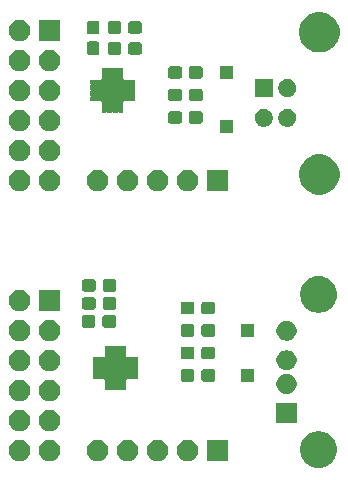
<source format=gbr>
G04 #@! TF.GenerationSoftware,KiCad,Pcbnew,5.1.6-c6e7f7d~86~ubuntu18.04.1*
G04 #@! TF.CreationDate,2021-05-10T20:55:15-07:00*
G04 #@! TF.ProjectId,usb_pmod,7573625f-706d-46f6-942e-6b696361645f,rev?*
G04 #@! TF.SameCoordinates,Original*
G04 #@! TF.FileFunction,Soldermask,Top*
G04 #@! TF.FilePolarity,Negative*
%FSLAX46Y46*%
G04 Gerber Fmt 4.6, Leading zero omitted, Abs format (unit mm)*
G04 Created by KiCad (PCBNEW 5.1.6-c6e7f7d~86~ubuntu18.04.1) date 2021-05-10 20:55:15*
%MOMM*%
%LPD*%
G01*
G04 APERTURE LIST*
%ADD10C,0.100000*%
G04 APERTURE END LIST*
D10*
G36*
X109438585Y-105090802D02*
G01*
X109588410Y-105120604D01*
X109870674Y-105237521D01*
X110124705Y-105407259D01*
X110340741Y-105623295D01*
X110510479Y-105877326D01*
X110627396Y-106159590D01*
X110687000Y-106459240D01*
X110687000Y-106764760D01*
X110627396Y-107064410D01*
X110510479Y-107346674D01*
X110340741Y-107600705D01*
X110124705Y-107816741D01*
X109870674Y-107986479D01*
X109588410Y-108103396D01*
X109438585Y-108133198D01*
X109288761Y-108163000D01*
X108983239Y-108163000D01*
X108833415Y-108133198D01*
X108683590Y-108103396D01*
X108401326Y-107986479D01*
X108147295Y-107816741D01*
X107931259Y-107600705D01*
X107761521Y-107346674D01*
X107644604Y-107064410D01*
X107585000Y-106764760D01*
X107585000Y-106459240D01*
X107644604Y-106159590D01*
X107761521Y-105877326D01*
X107931259Y-105623295D01*
X108147295Y-105407259D01*
X108401326Y-105237521D01*
X108683590Y-105120604D01*
X108833415Y-105090802D01*
X108983239Y-105061000D01*
X109288761Y-105061000D01*
X109438585Y-105090802D01*
G37*
G36*
X101485000Y-107581000D02*
G01*
X99683000Y-107581000D01*
X99683000Y-105779000D01*
X101485000Y-105779000D01*
X101485000Y-107581000D01*
G37*
G36*
X90537512Y-105783927D02*
G01*
X90686812Y-105813624D01*
X90850784Y-105881544D01*
X90998354Y-105980147D01*
X91123853Y-106105646D01*
X91222456Y-106253216D01*
X91290376Y-106417188D01*
X91325000Y-106591259D01*
X91325000Y-106768741D01*
X91290376Y-106942812D01*
X91222456Y-107106784D01*
X91123853Y-107254354D01*
X90998354Y-107379853D01*
X90850784Y-107478456D01*
X90686812Y-107546376D01*
X90537512Y-107576073D01*
X90512742Y-107581000D01*
X90335258Y-107581000D01*
X90310488Y-107576073D01*
X90161188Y-107546376D01*
X89997216Y-107478456D01*
X89849646Y-107379853D01*
X89724147Y-107254354D01*
X89625544Y-107106784D01*
X89557624Y-106942812D01*
X89523000Y-106768741D01*
X89523000Y-106591259D01*
X89557624Y-106417188D01*
X89625544Y-106253216D01*
X89724147Y-106105646D01*
X89849646Y-105980147D01*
X89997216Y-105881544D01*
X90161188Y-105813624D01*
X90310488Y-105783927D01*
X90335258Y-105779000D01*
X90512742Y-105779000D01*
X90537512Y-105783927D01*
G37*
G36*
X93077512Y-105783927D02*
G01*
X93226812Y-105813624D01*
X93390784Y-105881544D01*
X93538354Y-105980147D01*
X93663853Y-106105646D01*
X93762456Y-106253216D01*
X93830376Y-106417188D01*
X93865000Y-106591259D01*
X93865000Y-106768741D01*
X93830376Y-106942812D01*
X93762456Y-107106784D01*
X93663853Y-107254354D01*
X93538354Y-107379853D01*
X93390784Y-107478456D01*
X93226812Y-107546376D01*
X93077512Y-107576073D01*
X93052742Y-107581000D01*
X92875258Y-107581000D01*
X92850488Y-107576073D01*
X92701188Y-107546376D01*
X92537216Y-107478456D01*
X92389646Y-107379853D01*
X92264147Y-107254354D01*
X92165544Y-107106784D01*
X92097624Y-106942812D01*
X92063000Y-106768741D01*
X92063000Y-106591259D01*
X92097624Y-106417188D01*
X92165544Y-106253216D01*
X92264147Y-106105646D01*
X92389646Y-105980147D01*
X92537216Y-105881544D01*
X92701188Y-105813624D01*
X92850488Y-105783927D01*
X92875258Y-105779000D01*
X93052742Y-105779000D01*
X93077512Y-105783927D01*
G37*
G36*
X95617512Y-105783927D02*
G01*
X95766812Y-105813624D01*
X95930784Y-105881544D01*
X96078354Y-105980147D01*
X96203853Y-106105646D01*
X96302456Y-106253216D01*
X96370376Y-106417188D01*
X96405000Y-106591259D01*
X96405000Y-106768741D01*
X96370376Y-106942812D01*
X96302456Y-107106784D01*
X96203853Y-107254354D01*
X96078354Y-107379853D01*
X95930784Y-107478456D01*
X95766812Y-107546376D01*
X95617512Y-107576073D01*
X95592742Y-107581000D01*
X95415258Y-107581000D01*
X95390488Y-107576073D01*
X95241188Y-107546376D01*
X95077216Y-107478456D01*
X94929646Y-107379853D01*
X94804147Y-107254354D01*
X94705544Y-107106784D01*
X94637624Y-106942812D01*
X94603000Y-106768741D01*
X94603000Y-106591259D01*
X94637624Y-106417188D01*
X94705544Y-106253216D01*
X94804147Y-106105646D01*
X94929646Y-105980147D01*
X95077216Y-105881544D01*
X95241188Y-105813624D01*
X95390488Y-105783927D01*
X95415258Y-105779000D01*
X95592742Y-105779000D01*
X95617512Y-105783927D01*
G37*
G36*
X83933512Y-105783927D02*
G01*
X84082812Y-105813624D01*
X84246784Y-105881544D01*
X84394354Y-105980147D01*
X84519853Y-106105646D01*
X84618456Y-106253216D01*
X84686376Y-106417188D01*
X84721000Y-106591259D01*
X84721000Y-106768741D01*
X84686376Y-106942812D01*
X84618456Y-107106784D01*
X84519853Y-107254354D01*
X84394354Y-107379853D01*
X84246784Y-107478456D01*
X84082812Y-107546376D01*
X83933512Y-107576073D01*
X83908742Y-107581000D01*
X83731258Y-107581000D01*
X83706488Y-107576073D01*
X83557188Y-107546376D01*
X83393216Y-107478456D01*
X83245646Y-107379853D01*
X83120147Y-107254354D01*
X83021544Y-107106784D01*
X82953624Y-106942812D01*
X82919000Y-106768741D01*
X82919000Y-106591259D01*
X82953624Y-106417188D01*
X83021544Y-106253216D01*
X83120147Y-106105646D01*
X83245646Y-105980147D01*
X83393216Y-105881544D01*
X83557188Y-105813624D01*
X83706488Y-105783927D01*
X83731258Y-105779000D01*
X83908742Y-105779000D01*
X83933512Y-105783927D01*
G37*
G36*
X86473512Y-105783927D02*
G01*
X86622812Y-105813624D01*
X86786784Y-105881544D01*
X86934354Y-105980147D01*
X87059853Y-106105646D01*
X87158456Y-106253216D01*
X87226376Y-106417188D01*
X87261000Y-106591259D01*
X87261000Y-106768741D01*
X87226376Y-106942812D01*
X87158456Y-107106784D01*
X87059853Y-107254354D01*
X86934354Y-107379853D01*
X86786784Y-107478456D01*
X86622812Y-107546376D01*
X86473512Y-107576073D01*
X86448742Y-107581000D01*
X86271258Y-107581000D01*
X86246488Y-107576073D01*
X86097188Y-107546376D01*
X85933216Y-107478456D01*
X85785646Y-107379853D01*
X85660147Y-107254354D01*
X85561544Y-107106784D01*
X85493624Y-106942812D01*
X85459000Y-106768741D01*
X85459000Y-106591259D01*
X85493624Y-106417188D01*
X85561544Y-106253216D01*
X85660147Y-106105646D01*
X85785646Y-105980147D01*
X85933216Y-105881544D01*
X86097188Y-105813624D01*
X86246488Y-105783927D01*
X86271258Y-105779000D01*
X86448742Y-105779000D01*
X86473512Y-105783927D01*
G37*
G36*
X98157512Y-105783927D02*
G01*
X98306812Y-105813624D01*
X98470784Y-105881544D01*
X98618354Y-105980147D01*
X98743853Y-106105646D01*
X98842456Y-106253216D01*
X98910376Y-106417188D01*
X98945000Y-106591259D01*
X98945000Y-106768741D01*
X98910376Y-106942812D01*
X98842456Y-107106784D01*
X98743853Y-107254354D01*
X98618354Y-107379853D01*
X98470784Y-107478456D01*
X98306812Y-107546376D01*
X98157512Y-107576073D01*
X98132742Y-107581000D01*
X97955258Y-107581000D01*
X97930488Y-107576073D01*
X97781188Y-107546376D01*
X97617216Y-107478456D01*
X97469646Y-107379853D01*
X97344147Y-107254354D01*
X97245544Y-107106784D01*
X97177624Y-106942812D01*
X97143000Y-106768741D01*
X97143000Y-106591259D01*
X97177624Y-106417188D01*
X97245544Y-106253216D01*
X97344147Y-106105646D01*
X97469646Y-105980147D01*
X97617216Y-105881544D01*
X97781188Y-105813624D01*
X97930488Y-105783927D01*
X97955258Y-105779000D01*
X98132742Y-105779000D01*
X98157512Y-105783927D01*
G37*
G36*
X86473512Y-103243927D02*
G01*
X86622812Y-103273624D01*
X86786784Y-103341544D01*
X86934354Y-103440147D01*
X87059853Y-103565646D01*
X87158456Y-103713216D01*
X87226376Y-103877188D01*
X87261000Y-104051259D01*
X87261000Y-104228741D01*
X87226376Y-104402812D01*
X87158456Y-104566784D01*
X87059853Y-104714354D01*
X86934354Y-104839853D01*
X86786784Y-104938456D01*
X86622812Y-105006376D01*
X86473512Y-105036073D01*
X86448742Y-105041000D01*
X86271258Y-105041000D01*
X86246488Y-105036073D01*
X86097188Y-105006376D01*
X85933216Y-104938456D01*
X85785646Y-104839853D01*
X85660147Y-104714354D01*
X85561544Y-104566784D01*
X85493624Y-104402812D01*
X85459000Y-104228741D01*
X85459000Y-104051259D01*
X85493624Y-103877188D01*
X85561544Y-103713216D01*
X85660147Y-103565646D01*
X85785646Y-103440147D01*
X85933216Y-103341544D01*
X86097188Y-103273624D01*
X86246488Y-103243927D01*
X86271258Y-103239000D01*
X86448742Y-103239000D01*
X86473512Y-103243927D01*
G37*
G36*
X83933512Y-103243927D02*
G01*
X84082812Y-103273624D01*
X84246784Y-103341544D01*
X84394354Y-103440147D01*
X84519853Y-103565646D01*
X84618456Y-103713216D01*
X84686376Y-103877188D01*
X84721000Y-104051259D01*
X84721000Y-104228741D01*
X84686376Y-104402812D01*
X84618456Y-104566784D01*
X84519853Y-104714354D01*
X84394354Y-104839853D01*
X84246784Y-104938456D01*
X84082812Y-105006376D01*
X83933512Y-105036073D01*
X83908742Y-105041000D01*
X83731258Y-105041000D01*
X83706488Y-105036073D01*
X83557188Y-105006376D01*
X83393216Y-104938456D01*
X83245646Y-104839853D01*
X83120147Y-104714354D01*
X83021544Y-104566784D01*
X82953624Y-104402812D01*
X82919000Y-104228741D01*
X82919000Y-104051259D01*
X82953624Y-103877188D01*
X83021544Y-103713216D01*
X83120147Y-103565646D01*
X83245646Y-103440147D01*
X83393216Y-103341544D01*
X83557188Y-103273624D01*
X83706488Y-103243927D01*
X83731258Y-103239000D01*
X83908742Y-103239000D01*
X83933512Y-103243927D01*
G37*
G36*
X107277000Y-104393000D02*
G01*
X105575000Y-104393000D01*
X105575000Y-102691000D01*
X107277000Y-102691000D01*
X107277000Y-104393000D01*
G37*
G36*
X86473512Y-100703927D02*
G01*
X86622812Y-100733624D01*
X86786784Y-100801544D01*
X86934354Y-100900147D01*
X87059853Y-101025646D01*
X87158456Y-101173216D01*
X87226376Y-101337188D01*
X87261000Y-101511259D01*
X87261000Y-101688741D01*
X87226376Y-101862812D01*
X87158456Y-102026784D01*
X87059853Y-102174354D01*
X86934354Y-102299853D01*
X86786784Y-102398456D01*
X86622812Y-102466376D01*
X86473512Y-102496073D01*
X86448742Y-102501000D01*
X86271258Y-102501000D01*
X86246488Y-102496073D01*
X86097188Y-102466376D01*
X85933216Y-102398456D01*
X85785646Y-102299853D01*
X85660147Y-102174354D01*
X85561544Y-102026784D01*
X85493624Y-101862812D01*
X85459000Y-101688741D01*
X85459000Y-101511259D01*
X85493624Y-101337188D01*
X85561544Y-101173216D01*
X85660147Y-101025646D01*
X85785646Y-100900147D01*
X85933216Y-100801544D01*
X86097188Y-100733624D01*
X86246488Y-100703927D01*
X86271258Y-100699000D01*
X86448742Y-100699000D01*
X86473512Y-100703927D01*
G37*
G36*
X83933512Y-100703927D02*
G01*
X84082812Y-100733624D01*
X84246784Y-100801544D01*
X84394354Y-100900147D01*
X84519853Y-101025646D01*
X84618456Y-101173216D01*
X84686376Y-101337188D01*
X84721000Y-101511259D01*
X84721000Y-101688741D01*
X84686376Y-101862812D01*
X84618456Y-102026784D01*
X84519853Y-102174354D01*
X84394354Y-102299853D01*
X84246784Y-102398456D01*
X84082812Y-102466376D01*
X83933512Y-102496073D01*
X83908742Y-102501000D01*
X83731258Y-102501000D01*
X83706488Y-102496073D01*
X83557188Y-102466376D01*
X83393216Y-102398456D01*
X83245646Y-102299853D01*
X83120147Y-102174354D01*
X83021544Y-102026784D01*
X82953624Y-101862812D01*
X82919000Y-101688741D01*
X82919000Y-101511259D01*
X82953624Y-101337188D01*
X83021544Y-101173216D01*
X83120147Y-101025646D01*
X83245646Y-100900147D01*
X83393216Y-100801544D01*
X83557188Y-100733624D01*
X83706488Y-100703927D01*
X83731258Y-100699000D01*
X83908742Y-100699000D01*
X83933512Y-100703927D01*
G37*
G36*
X106674228Y-100223703D02*
G01*
X106829100Y-100287853D01*
X106968481Y-100380985D01*
X107087015Y-100499519D01*
X107180147Y-100638900D01*
X107244297Y-100793772D01*
X107277000Y-100958184D01*
X107277000Y-101125816D01*
X107244297Y-101290228D01*
X107180147Y-101445100D01*
X107087015Y-101584481D01*
X106968481Y-101703015D01*
X106829100Y-101796147D01*
X106674228Y-101860297D01*
X106509816Y-101893000D01*
X106342184Y-101893000D01*
X106177772Y-101860297D01*
X106022900Y-101796147D01*
X105883519Y-101703015D01*
X105764985Y-101584481D01*
X105671853Y-101445100D01*
X105607703Y-101290228D01*
X105575000Y-101125816D01*
X105575000Y-100958184D01*
X105607703Y-100793772D01*
X105671853Y-100638900D01*
X105764985Y-100499519D01*
X105883519Y-100380985D01*
X106022900Y-100287853D01*
X106177772Y-100223703D01*
X106342184Y-100191000D01*
X106509816Y-100191000D01*
X106674228Y-100223703D01*
G37*
G36*
X91353355Y-97795083D02*
G01*
X91358029Y-97796501D01*
X91362330Y-97798800D01*
X91368702Y-97804029D01*
X91389076Y-97817643D01*
X91411715Y-97827020D01*
X91435749Y-97831800D01*
X91460253Y-97831800D01*
X91484286Y-97827019D01*
X91506925Y-97817642D01*
X91527298Y-97804029D01*
X91533670Y-97798800D01*
X91537971Y-97796501D01*
X91542645Y-97795083D01*
X91553641Y-97794000D01*
X91842359Y-97794000D01*
X91853355Y-97795083D01*
X91858029Y-97796501D01*
X91862330Y-97798800D01*
X91868702Y-97804029D01*
X91889076Y-97817643D01*
X91911715Y-97827020D01*
X91935749Y-97831800D01*
X91960253Y-97831800D01*
X91984286Y-97827019D01*
X92006925Y-97817642D01*
X92027298Y-97804029D01*
X92033670Y-97798800D01*
X92037971Y-97796501D01*
X92042645Y-97795083D01*
X92053641Y-97794000D01*
X92342359Y-97794000D01*
X92353355Y-97795083D01*
X92358029Y-97796501D01*
X92362330Y-97798800D01*
X92368702Y-97804029D01*
X92389076Y-97817643D01*
X92411715Y-97827020D01*
X92435749Y-97831800D01*
X92460253Y-97831800D01*
X92484286Y-97827019D01*
X92506925Y-97817642D01*
X92527298Y-97804029D01*
X92533670Y-97798800D01*
X92537971Y-97796501D01*
X92542645Y-97795083D01*
X92553641Y-97794000D01*
X92842359Y-97794000D01*
X92853355Y-97795083D01*
X92858029Y-97796501D01*
X92862331Y-97798800D01*
X92866104Y-97801896D01*
X92869200Y-97805669D01*
X92871499Y-97809971D01*
X92872917Y-97814645D01*
X92874000Y-97825641D01*
X92874000Y-98539359D01*
X92872917Y-98550355D01*
X92871499Y-98555029D01*
X92869056Y-98559599D01*
X92855779Y-98579467D01*
X92846401Y-98602106D01*
X92841619Y-98626139D01*
X92841618Y-98650643D01*
X92846398Y-98674676D01*
X92855774Y-98697316D01*
X92869387Y-98717691D01*
X92886716Y-98735020D01*
X92898395Y-98744605D01*
X92907980Y-98756284D01*
X92925307Y-98773611D01*
X92945682Y-98787224D01*
X92968321Y-98796601D01*
X92992354Y-98801381D01*
X93016858Y-98801381D01*
X93040891Y-98796600D01*
X93063530Y-98787222D01*
X93083401Y-98773944D01*
X93087971Y-98771501D01*
X93092645Y-98770083D01*
X93103641Y-98769000D01*
X93817359Y-98769000D01*
X93828355Y-98770083D01*
X93833029Y-98771501D01*
X93837331Y-98773800D01*
X93841104Y-98776896D01*
X93844200Y-98780669D01*
X93846499Y-98784971D01*
X93847917Y-98789645D01*
X93849000Y-98800641D01*
X93849000Y-99089359D01*
X93847917Y-99100355D01*
X93846499Y-99105029D01*
X93844200Y-99109330D01*
X93838971Y-99115702D01*
X93825357Y-99136076D01*
X93815980Y-99158715D01*
X93811200Y-99182749D01*
X93811200Y-99207253D01*
X93815981Y-99231286D01*
X93825358Y-99253925D01*
X93838971Y-99274298D01*
X93844200Y-99280670D01*
X93846499Y-99284971D01*
X93847917Y-99289645D01*
X93849000Y-99300641D01*
X93849000Y-99589359D01*
X93847917Y-99600355D01*
X93846499Y-99605029D01*
X93844200Y-99609330D01*
X93838971Y-99615702D01*
X93825357Y-99636076D01*
X93815980Y-99658715D01*
X93811200Y-99682749D01*
X93811200Y-99707253D01*
X93815981Y-99731286D01*
X93825358Y-99753925D01*
X93838971Y-99774298D01*
X93844200Y-99780670D01*
X93846499Y-99784971D01*
X93847917Y-99789645D01*
X93849000Y-99800641D01*
X93849000Y-100089359D01*
X93847917Y-100100355D01*
X93846499Y-100105029D01*
X93844200Y-100109330D01*
X93838971Y-100115702D01*
X93825357Y-100136076D01*
X93815980Y-100158715D01*
X93811200Y-100182749D01*
X93811200Y-100207253D01*
X93815981Y-100231286D01*
X93825358Y-100253925D01*
X93838971Y-100274298D01*
X93844200Y-100280670D01*
X93846499Y-100284971D01*
X93847917Y-100289645D01*
X93849000Y-100300641D01*
X93849000Y-100589359D01*
X93847917Y-100600355D01*
X93846499Y-100605029D01*
X93844200Y-100609331D01*
X93841104Y-100613104D01*
X93837331Y-100616200D01*
X93833029Y-100618499D01*
X93828355Y-100619917D01*
X93817359Y-100621000D01*
X93103641Y-100621000D01*
X93092645Y-100619917D01*
X93087971Y-100618499D01*
X93083401Y-100616056D01*
X93063533Y-100602779D01*
X93040894Y-100593401D01*
X93016861Y-100588619D01*
X92992357Y-100588618D01*
X92968324Y-100593398D01*
X92945684Y-100602774D01*
X92925309Y-100616387D01*
X92907980Y-100633716D01*
X92898395Y-100645395D01*
X92886716Y-100654980D01*
X92869389Y-100672307D01*
X92855776Y-100692682D01*
X92846399Y-100715321D01*
X92841619Y-100739354D01*
X92841619Y-100763858D01*
X92846400Y-100787891D01*
X92855778Y-100810530D01*
X92869056Y-100830401D01*
X92871499Y-100834971D01*
X92872917Y-100839645D01*
X92874000Y-100850641D01*
X92874000Y-101564359D01*
X92872917Y-101575355D01*
X92871499Y-101580029D01*
X92869200Y-101584331D01*
X92866104Y-101588104D01*
X92862331Y-101591200D01*
X92858029Y-101593499D01*
X92853355Y-101594917D01*
X92842359Y-101596000D01*
X92553641Y-101596000D01*
X92542645Y-101594917D01*
X92537971Y-101593499D01*
X92533670Y-101591200D01*
X92527298Y-101585971D01*
X92506924Y-101572357D01*
X92484285Y-101562980D01*
X92460251Y-101558200D01*
X92435747Y-101558200D01*
X92411714Y-101562981D01*
X92389075Y-101572358D01*
X92368702Y-101585971D01*
X92362330Y-101591200D01*
X92358029Y-101593499D01*
X92353355Y-101594917D01*
X92342359Y-101596000D01*
X92053641Y-101596000D01*
X92042645Y-101594917D01*
X92037971Y-101593499D01*
X92033670Y-101591200D01*
X92027298Y-101585971D01*
X92006924Y-101572357D01*
X91984285Y-101562980D01*
X91960251Y-101558200D01*
X91935747Y-101558200D01*
X91911714Y-101562981D01*
X91889075Y-101572358D01*
X91868702Y-101585971D01*
X91862330Y-101591200D01*
X91858029Y-101593499D01*
X91853355Y-101594917D01*
X91842359Y-101596000D01*
X91553641Y-101596000D01*
X91542645Y-101594917D01*
X91537971Y-101593499D01*
X91533670Y-101591200D01*
X91527298Y-101585971D01*
X91506924Y-101572357D01*
X91484285Y-101562980D01*
X91460251Y-101558200D01*
X91435747Y-101558200D01*
X91411714Y-101562981D01*
X91389075Y-101572358D01*
X91368702Y-101585971D01*
X91362330Y-101591200D01*
X91358029Y-101593499D01*
X91353355Y-101594917D01*
X91342359Y-101596000D01*
X91053641Y-101596000D01*
X91042645Y-101594917D01*
X91037971Y-101593499D01*
X91033669Y-101591200D01*
X91029896Y-101588104D01*
X91026800Y-101584331D01*
X91024501Y-101580029D01*
X91023083Y-101575355D01*
X91022000Y-101564359D01*
X91022000Y-100850641D01*
X91023083Y-100839645D01*
X91024501Y-100834971D01*
X91026944Y-100830401D01*
X91040221Y-100810533D01*
X91049599Y-100787894D01*
X91054381Y-100763861D01*
X91054382Y-100739357D01*
X91049602Y-100715324D01*
X91040226Y-100692684D01*
X91026613Y-100672309D01*
X91009284Y-100654980D01*
X90997605Y-100645395D01*
X90988020Y-100633716D01*
X90970693Y-100616389D01*
X90950318Y-100602776D01*
X90927679Y-100593399D01*
X90903646Y-100588619D01*
X90879142Y-100588619D01*
X90855109Y-100593400D01*
X90832470Y-100602778D01*
X90812599Y-100616056D01*
X90808029Y-100618499D01*
X90803355Y-100619917D01*
X90792359Y-100621000D01*
X90078641Y-100621000D01*
X90067645Y-100619917D01*
X90062971Y-100618499D01*
X90058669Y-100616200D01*
X90054896Y-100613104D01*
X90051800Y-100609331D01*
X90049501Y-100605029D01*
X90048083Y-100600355D01*
X90047000Y-100589359D01*
X90047000Y-100300641D01*
X90048083Y-100289645D01*
X90049501Y-100284971D01*
X90051800Y-100280670D01*
X90057029Y-100274298D01*
X90070643Y-100253924D01*
X90080020Y-100231285D01*
X90084800Y-100207251D01*
X90084800Y-100182747D01*
X90080019Y-100158714D01*
X90070642Y-100136075D01*
X90057029Y-100115702D01*
X90051800Y-100109330D01*
X90049501Y-100105029D01*
X90048083Y-100100355D01*
X90047000Y-100089359D01*
X90047000Y-99800641D01*
X90048083Y-99789645D01*
X90049501Y-99784971D01*
X90051800Y-99780670D01*
X90057029Y-99774298D01*
X90070643Y-99753924D01*
X90080020Y-99731285D01*
X90084800Y-99707251D01*
X90084800Y-99682747D01*
X90080019Y-99658714D01*
X90070642Y-99636075D01*
X90057029Y-99615702D01*
X90051800Y-99609330D01*
X90049501Y-99605029D01*
X90048083Y-99600355D01*
X90047000Y-99589359D01*
X90047000Y-99300641D01*
X90048083Y-99289645D01*
X90049501Y-99284971D01*
X90051800Y-99280670D01*
X90057029Y-99274298D01*
X90070643Y-99253924D01*
X90080020Y-99231285D01*
X90084800Y-99207251D01*
X90084800Y-99182747D01*
X90080019Y-99158714D01*
X90070642Y-99136075D01*
X90057029Y-99115702D01*
X90051800Y-99109330D01*
X90049501Y-99105029D01*
X90048083Y-99100355D01*
X90047000Y-99089359D01*
X90047000Y-98800641D01*
X90048083Y-98789645D01*
X90049501Y-98784971D01*
X90051800Y-98780669D01*
X90054896Y-98776896D01*
X90058669Y-98773800D01*
X90062971Y-98771501D01*
X90067645Y-98770083D01*
X90078641Y-98769000D01*
X90792359Y-98769000D01*
X90803355Y-98770083D01*
X90808029Y-98771501D01*
X90812599Y-98773944D01*
X90832467Y-98787221D01*
X90855106Y-98796599D01*
X90879139Y-98801381D01*
X90903643Y-98801382D01*
X90927676Y-98796602D01*
X90950316Y-98787226D01*
X90970691Y-98773613D01*
X90988020Y-98756284D01*
X90997605Y-98744605D01*
X91009284Y-98735020D01*
X91026611Y-98717693D01*
X91040224Y-98697318D01*
X91049601Y-98674679D01*
X91054381Y-98650646D01*
X91054381Y-98626142D01*
X91049600Y-98602109D01*
X91040222Y-98579470D01*
X91026944Y-98559599D01*
X91024501Y-98555029D01*
X91023083Y-98550355D01*
X91022000Y-98539359D01*
X91022000Y-97825641D01*
X91023083Y-97814645D01*
X91024501Y-97809971D01*
X91026800Y-97805669D01*
X91029896Y-97801896D01*
X91033669Y-97798800D01*
X91037971Y-97796501D01*
X91042645Y-97795083D01*
X91053641Y-97794000D01*
X91342359Y-97794000D01*
X91353355Y-97795083D01*
G37*
G36*
X103675000Y-100881000D02*
G01*
X102573000Y-100881000D01*
X102573000Y-99779000D01*
X103675000Y-99779000D01*
X103675000Y-100881000D01*
G37*
G36*
X100208499Y-99808445D02*
G01*
X100245995Y-99819820D01*
X100280554Y-99838292D01*
X100310847Y-99863153D01*
X100335708Y-99893446D01*
X100354180Y-99928005D01*
X100365555Y-99965501D01*
X100370000Y-100010638D01*
X100370000Y-100649362D01*
X100365555Y-100694499D01*
X100354180Y-100731995D01*
X100335708Y-100766554D01*
X100310847Y-100796847D01*
X100280554Y-100821708D01*
X100245995Y-100840180D01*
X100208499Y-100851555D01*
X100163362Y-100856000D01*
X99424638Y-100856000D01*
X99379501Y-100851555D01*
X99342005Y-100840180D01*
X99307446Y-100821708D01*
X99277153Y-100796847D01*
X99252292Y-100766554D01*
X99233820Y-100731995D01*
X99222445Y-100694499D01*
X99218000Y-100649362D01*
X99218000Y-100010638D01*
X99222445Y-99965501D01*
X99233820Y-99928005D01*
X99252292Y-99893446D01*
X99277153Y-99863153D01*
X99307446Y-99838292D01*
X99342005Y-99819820D01*
X99379501Y-99808445D01*
X99424638Y-99804000D01*
X100163362Y-99804000D01*
X100208499Y-99808445D01*
G37*
G36*
X98458499Y-99808445D02*
G01*
X98495995Y-99819820D01*
X98530554Y-99838292D01*
X98560847Y-99863153D01*
X98585708Y-99893446D01*
X98604180Y-99928005D01*
X98615555Y-99965501D01*
X98620000Y-100010638D01*
X98620000Y-100649362D01*
X98615555Y-100694499D01*
X98604180Y-100731995D01*
X98585708Y-100766554D01*
X98560847Y-100796847D01*
X98530554Y-100821708D01*
X98495995Y-100840180D01*
X98458499Y-100851555D01*
X98413362Y-100856000D01*
X97674638Y-100856000D01*
X97629501Y-100851555D01*
X97592005Y-100840180D01*
X97557446Y-100821708D01*
X97527153Y-100796847D01*
X97502292Y-100766554D01*
X97483820Y-100731995D01*
X97472445Y-100694499D01*
X97468000Y-100649362D01*
X97468000Y-100010638D01*
X97472445Y-99965501D01*
X97483820Y-99928005D01*
X97502292Y-99893446D01*
X97527153Y-99863153D01*
X97557446Y-99838292D01*
X97592005Y-99819820D01*
X97629501Y-99808445D01*
X97674638Y-99804000D01*
X98413362Y-99804000D01*
X98458499Y-99808445D01*
G37*
G36*
X86473512Y-98163927D02*
G01*
X86622812Y-98193624D01*
X86786784Y-98261544D01*
X86934354Y-98360147D01*
X87059853Y-98485646D01*
X87158456Y-98633216D01*
X87226376Y-98797188D01*
X87241648Y-98873969D01*
X87258400Y-98958185D01*
X87261000Y-98971259D01*
X87261000Y-99148741D01*
X87226376Y-99322812D01*
X87158456Y-99486784D01*
X87059853Y-99634354D01*
X86934354Y-99759853D01*
X86786784Y-99858456D01*
X86622812Y-99926376D01*
X86473512Y-99956073D01*
X86448742Y-99961000D01*
X86271258Y-99961000D01*
X86246488Y-99956073D01*
X86097188Y-99926376D01*
X85933216Y-99858456D01*
X85785646Y-99759853D01*
X85660147Y-99634354D01*
X85561544Y-99486784D01*
X85493624Y-99322812D01*
X85459000Y-99148741D01*
X85459000Y-98971259D01*
X85461601Y-98958185D01*
X85478352Y-98873969D01*
X85493624Y-98797188D01*
X85561544Y-98633216D01*
X85660147Y-98485646D01*
X85785646Y-98360147D01*
X85933216Y-98261544D01*
X86097188Y-98193624D01*
X86246488Y-98163927D01*
X86271258Y-98159000D01*
X86448742Y-98159000D01*
X86473512Y-98163927D01*
G37*
G36*
X83933512Y-98163927D02*
G01*
X84082812Y-98193624D01*
X84246784Y-98261544D01*
X84394354Y-98360147D01*
X84519853Y-98485646D01*
X84618456Y-98633216D01*
X84686376Y-98797188D01*
X84701648Y-98873969D01*
X84718400Y-98958185D01*
X84721000Y-98971259D01*
X84721000Y-99148741D01*
X84686376Y-99322812D01*
X84618456Y-99486784D01*
X84519853Y-99634354D01*
X84394354Y-99759853D01*
X84246784Y-99858456D01*
X84082812Y-99926376D01*
X83933512Y-99956073D01*
X83908742Y-99961000D01*
X83731258Y-99961000D01*
X83706488Y-99956073D01*
X83557188Y-99926376D01*
X83393216Y-99858456D01*
X83245646Y-99759853D01*
X83120147Y-99634354D01*
X83021544Y-99486784D01*
X82953624Y-99322812D01*
X82919000Y-99148741D01*
X82919000Y-98971259D01*
X82921601Y-98958185D01*
X82938352Y-98873969D01*
X82953624Y-98797188D01*
X83021544Y-98633216D01*
X83120147Y-98485646D01*
X83245646Y-98360147D01*
X83393216Y-98261544D01*
X83557188Y-98193624D01*
X83706488Y-98163927D01*
X83731258Y-98159000D01*
X83908742Y-98159000D01*
X83933512Y-98163927D01*
G37*
G36*
X106674228Y-98223703D02*
G01*
X106829100Y-98287853D01*
X106968481Y-98380985D01*
X107087015Y-98499519D01*
X107180147Y-98638900D01*
X107244297Y-98793772D01*
X107277000Y-98958184D01*
X107277000Y-99125816D01*
X107244297Y-99290228D01*
X107180147Y-99445100D01*
X107087015Y-99584481D01*
X106968481Y-99703015D01*
X106829100Y-99796147D01*
X106674228Y-99860297D01*
X106509816Y-99893000D01*
X106342184Y-99893000D01*
X106177772Y-99860297D01*
X106022900Y-99796147D01*
X105883519Y-99703015D01*
X105764985Y-99584481D01*
X105671853Y-99445100D01*
X105607703Y-99290228D01*
X105575000Y-99125816D01*
X105575000Y-98958184D01*
X105607703Y-98793772D01*
X105671853Y-98638900D01*
X105764985Y-98499519D01*
X105883519Y-98380985D01*
X106022900Y-98287853D01*
X106177772Y-98223703D01*
X106342184Y-98191000D01*
X106509816Y-98191000D01*
X106674228Y-98223703D01*
G37*
G36*
X98458499Y-97903445D02*
G01*
X98495995Y-97914820D01*
X98530554Y-97933292D01*
X98560847Y-97958153D01*
X98585708Y-97988446D01*
X98604180Y-98023005D01*
X98615555Y-98060501D01*
X98620000Y-98105638D01*
X98620000Y-98744362D01*
X98615555Y-98789499D01*
X98604180Y-98826995D01*
X98585708Y-98861554D01*
X98560847Y-98891847D01*
X98530554Y-98916708D01*
X98495995Y-98935180D01*
X98458499Y-98946555D01*
X98413362Y-98951000D01*
X97674638Y-98951000D01*
X97629501Y-98946555D01*
X97592005Y-98935180D01*
X97557446Y-98916708D01*
X97527153Y-98891847D01*
X97502292Y-98861554D01*
X97483820Y-98826995D01*
X97472445Y-98789499D01*
X97468000Y-98744362D01*
X97468000Y-98105638D01*
X97472445Y-98060501D01*
X97483820Y-98023005D01*
X97502292Y-97988446D01*
X97527153Y-97958153D01*
X97557446Y-97933292D01*
X97592005Y-97914820D01*
X97629501Y-97903445D01*
X97674638Y-97899000D01*
X98413362Y-97899000D01*
X98458499Y-97903445D01*
G37*
G36*
X100208499Y-97903445D02*
G01*
X100245995Y-97914820D01*
X100280554Y-97933292D01*
X100310847Y-97958153D01*
X100335708Y-97988446D01*
X100354180Y-98023005D01*
X100365555Y-98060501D01*
X100370000Y-98105638D01*
X100370000Y-98744362D01*
X100365555Y-98789499D01*
X100354180Y-98826995D01*
X100335708Y-98861554D01*
X100310847Y-98891847D01*
X100280554Y-98916708D01*
X100245995Y-98935180D01*
X100208499Y-98946555D01*
X100163362Y-98951000D01*
X99424638Y-98951000D01*
X99379501Y-98946555D01*
X99342005Y-98935180D01*
X99307446Y-98916708D01*
X99277153Y-98891847D01*
X99252292Y-98861554D01*
X99233820Y-98826995D01*
X99222445Y-98789499D01*
X99218000Y-98744362D01*
X99218000Y-98105638D01*
X99222445Y-98060501D01*
X99233820Y-98023005D01*
X99252292Y-97988446D01*
X99277153Y-97958153D01*
X99307446Y-97933292D01*
X99342005Y-97914820D01*
X99379501Y-97903445D01*
X99424638Y-97899000D01*
X100163362Y-97899000D01*
X100208499Y-97903445D01*
G37*
G36*
X83933512Y-95623927D02*
G01*
X84082812Y-95653624D01*
X84246784Y-95721544D01*
X84394354Y-95820147D01*
X84519853Y-95945646D01*
X84618456Y-96093216D01*
X84686376Y-96257188D01*
X84721000Y-96431259D01*
X84721000Y-96608741D01*
X84686376Y-96782812D01*
X84618456Y-96946784D01*
X84519853Y-97094354D01*
X84394354Y-97219853D01*
X84246784Y-97318456D01*
X84082812Y-97386376D01*
X83933512Y-97416073D01*
X83908742Y-97421000D01*
X83731258Y-97421000D01*
X83706488Y-97416073D01*
X83557188Y-97386376D01*
X83393216Y-97318456D01*
X83245646Y-97219853D01*
X83120147Y-97094354D01*
X83021544Y-96946784D01*
X82953624Y-96782812D01*
X82919000Y-96608741D01*
X82919000Y-96431259D01*
X82953624Y-96257188D01*
X83021544Y-96093216D01*
X83120147Y-95945646D01*
X83245646Y-95820147D01*
X83393216Y-95721544D01*
X83557188Y-95653624D01*
X83706488Y-95623927D01*
X83731258Y-95619000D01*
X83908742Y-95619000D01*
X83933512Y-95623927D01*
G37*
G36*
X86473512Y-95623927D02*
G01*
X86622812Y-95653624D01*
X86786784Y-95721544D01*
X86934354Y-95820147D01*
X87059853Y-95945646D01*
X87158456Y-96093216D01*
X87226376Y-96257188D01*
X87261000Y-96431259D01*
X87261000Y-96608741D01*
X87226376Y-96782812D01*
X87158456Y-96946784D01*
X87059853Y-97094354D01*
X86934354Y-97219853D01*
X86786784Y-97318456D01*
X86622812Y-97386376D01*
X86473512Y-97416073D01*
X86448742Y-97421000D01*
X86271258Y-97421000D01*
X86246488Y-97416073D01*
X86097188Y-97386376D01*
X85933216Y-97318456D01*
X85785646Y-97219853D01*
X85660147Y-97094354D01*
X85561544Y-96946784D01*
X85493624Y-96782812D01*
X85459000Y-96608741D01*
X85459000Y-96431259D01*
X85493624Y-96257188D01*
X85561544Y-96093216D01*
X85660147Y-95945646D01*
X85785646Y-95820147D01*
X85933216Y-95721544D01*
X86097188Y-95653624D01*
X86246488Y-95623927D01*
X86271258Y-95619000D01*
X86448742Y-95619000D01*
X86473512Y-95623927D01*
G37*
G36*
X106674228Y-95723703D02*
G01*
X106829100Y-95787853D01*
X106968481Y-95880985D01*
X107087015Y-95999519D01*
X107180147Y-96138900D01*
X107244297Y-96293772D01*
X107277000Y-96458184D01*
X107277000Y-96625816D01*
X107244297Y-96790228D01*
X107180147Y-96945100D01*
X107087015Y-97084481D01*
X106968481Y-97203015D01*
X106829100Y-97296147D01*
X106674228Y-97360297D01*
X106509816Y-97393000D01*
X106342184Y-97393000D01*
X106177772Y-97360297D01*
X106022900Y-97296147D01*
X105883519Y-97203015D01*
X105764985Y-97084481D01*
X105671853Y-96945100D01*
X105607703Y-96790228D01*
X105575000Y-96625816D01*
X105575000Y-96458184D01*
X105607703Y-96293772D01*
X105671853Y-96138900D01*
X105764985Y-95999519D01*
X105883519Y-95880985D01*
X106022900Y-95787853D01*
X106177772Y-95723703D01*
X106342184Y-95691000D01*
X106509816Y-95691000D01*
X106674228Y-95723703D01*
G37*
G36*
X103675000Y-97071000D02*
G01*
X102573000Y-97071000D01*
X102573000Y-95969000D01*
X103675000Y-95969000D01*
X103675000Y-97071000D01*
G37*
G36*
X100208499Y-95998445D02*
G01*
X100245995Y-96009820D01*
X100280554Y-96028292D01*
X100310847Y-96053153D01*
X100335708Y-96083446D01*
X100354180Y-96118005D01*
X100365555Y-96155501D01*
X100370000Y-96200638D01*
X100370000Y-96839362D01*
X100365555Y-96884499D01*
X100354180Y-96921995D01*
X100335708Y-96956554D01*
X100310847Y-96986847D01*
X100280554Y-97011708D01*
X100245995Y-97030180D01*
X100208499Y-97041555D01*
X100163362Y-97046000D01*
X99424638Y-97046000D01*
X99379501Y-97041555D01*
X99342005Y-97030180D01*
X99307446Y-97011708D01*
X99277153Y-96986847D01*
X99252292Y-96956554D01*
X99233820Y-96921995D01*
X99222445Y-96884499D01*
X99218000Y-96839362D01*
X99218000Y-96200638D01*
X99222445Y-96155501D01*
X99233820Y-96118005D01*
X99252292Y-96083446D01*
X99277153Y-96053153D01*
X99307446Y-96028292D01*
X99342005Y-96009820D01*
X99379501Y-95998445D01*
X99424638Y-95994000D01*
X100163362Y-95994000D01*
X100208499Y-95998445D01*
G37*
G36*
X98458499Y-95998445D02*
G01*
X98495995Y-96009820D01*
X98530554Y-96028292D01*
X98560847Y-96053153D01*
X98585708Y-96083446D01*
X98604180Y-96118005D01*
X98615555Y-96155501D01*
X98620000Y-96200638D01*
X98620000Y-96839362D01*
X98615555Y-96884499D01*
X98604180Y-96921995D01*
X98585708Y-96956554D01*
X98560847Y-96986847D01*
X98530554Y-97011708D01*
X98495995Y-97030180D01*
X98458499Y-97041555D01*
X98413362Y-97046000D01*
X97674638Y-97046000D01*
X97629501Y-97041555D01*
X97592005Y-97030180D01*
X97557446Y-97011708D01*
X97527153Y-96986847D01*
X97502292Y-96956554D01*
X97483820Y-96921995D01*
X97472445Y-96884499D01*
X97468000Y-96839362D01*
X97468000Y-96200638D01*
X97472445Y-96155501D01*
X97483820Y-96118005D01*
X97502292Y-96083446D01*
X97527153Y-96053153D01*
X97557446Y-96028292D01*
X97592005Y-96009820D01*
X97629501Y-95998445D01*
X97674638Y-95994000D01*
X98413362Y-95994000D01*
X98458499Y-95998445D01*
G37*
G36*
X90076499Y-95236445D02*
G01*
X90113995Y-95247820D01*
X90148554Y-95266292D01*
X90178847Y-95291153D01*
X90203708Y-95321446D01*
X90222180Y-95356005D01*
X90233555Y-95393501D01*
X90238000Y-95438638D01*
X90238000Y-96077362D01*
X90233555Y-96122499D01*
X90222180Y-96159995D01*
X90203708Y-96194554D01*
X90178847Y-96224847D01*
X90148554Y-96249708D01*
X90113995Y-96268180D01*
X90076499Y-96279555D01*
X90031362Y-96284000D01*
X89292638Y-96284000D01*
X89247501Y-96279555D01*
X89210005Y-96268180D01*
X89175446Y-96249708D01*
X89145153Y-96224847D01*
X89120292Y-96194554D01*
X89101820Y-96159995D01*
X89090445Y-96122499D01*
X89086000Y-96077362D01*
X89086000Y-95438638D01*
X89090445Y-95393501D01*
X89101820Y-95356005D01*
X89120292Y-95321446D01*
X89145153Y-95291153D01*
X89175446Y-95266292D01*
X89210005Y-95247820D01*
X89247501Y-95236445D01*
X89292638Y-95232000D01*
X90031362Y-95232000D01*
X90076499Y-95236445D01*
G37*
G36*
X91826499Y-95236445D02*
G01*
X91863995Y-95247820D01*
X91898554Y-95266292D01*
X91928847Y-95291153D01*
X91953708Y-95321446D01*
X91972180Y-95356005D01*
X91983555Y-95393501D01*
X91988000Y-95438638D01*
X91988000Y-96077362D01*
X91983555Y-96122499D01*
X91972180Y-96159995D01*
X91953708Y-96194554D01*
X91928847Y-96224847D01*
X91898554Y-96249708D01*
X91863995Y-96268180D01*
X91826499Y-96279555D01*
X91781362Y-96284000D01*
X91042638Y-96284000D01*
X90997501Y-96279555D01*
X90960005Y-96268180D01*
X90925446Y-96249708D01*
X90895153Y-96224847D01*
X90870292Y-96194554D01*
X90851820Y-96159995D01*
X90840445Y-96122499D01*
X90836000Y-96077362D01*
X90836000Y-95438638D01*
X90840445Y-95393501D01*
X90851820Y-95356005D01*
X90870292Y-95321446D01*
X90895153Y-95291153D01*
X90925446Y-95266292D01*
X90960005Y-95247820D01*
X90997501Y-95236445D01*
X91042638Y-95232000D01*
X91781362Y-95232000D01*
X91826499Y-95236445D01*
G37*
G36*
X100208499Y-94093445D02*
G01*
X100245995Y-94104820D01*
X100280554Y-94123292D01*
X100310847Y-94148153D01*
X100335708Y-94178446D01*
X100354180Y-94213005D01*
X100365555Y-94250501D01*
X100370000Y-94295638D01*
X100370000Y-94934362D01*
X100365555Y-94979499D01*
X100354180Y-95016995D01*
X100335708Y-95051554D01*
X100310847Y-95081847D01*
X100280554Y-95106708D01*
X100245995Y-95125180D01*
X100208499Y-95136555D01*
X100163362Y-95141000D01*
X99424638Y-95141000D01*
X99379501Y-95136555D01*
X99342005Y-95125180D01*
X99307446Y-95106708D01*
X99277153Y-95081847D01*
X99252292Y-95051554D01*
X99233820Y-95016995D01*
X99222445Y-94979499D01*
X99218000Y-94934362D01*
X99218000Y-94295638D01*
X99222445Y-94250501D01*
X99233820Y-94213005D01*
X99252292Y-94178446D01*
X99277153Y-94148153D01*
X99307446Y-94123292D01*
X99342005Y-94104820D01*
X99379501Y-94093445D01*
X99424638Y-94089000D01*
X100163362Y-94089000D01*
X100208499Y-94093445D01*
G37*
G36*
X98458499Y-94093445D02*
G01*
X98495995Y-94104820D01*
X98530554Y-94123292D01*
X98560847Y-94148153D01*
X98585708Y-94178446D01*
X98604180Y-94213005D01*
X98615555Y-94250501D01*
X98620000Y-94295638D01*
X98620000Y-94934362D01*
X98615555Y-94979499D01*
X98604180Y-95016995D01*
X98585708Y-95051554D01*
X98560847Y-95081847D01*
X98530554Y-95106708D01*
X98495995Y-95125180D01*
X98458499Y-95136555D01*
X98413362Y-95141000D01*
X97674638Y-95141000D01*
X97629501Y-95136555D01*
X97592005Y-95125180D01*
X97557446Y-95106708D01*
X97527153Y-95081847D01*
X97502292Y-95051554D01*
X97483820Y-95016995D01*
X97472445Y-94979499D01*
X97468000Y-94934362D01*
X97468000Y-94295638D01*
X97472445Y-94250501D01*
X97483820Y-94213005D01*
X97502292Y-94178446D01*
X97527153Y-94148153D01*
X97557446Y-94123292D01*
X97592005Y-94104820D01*
X97629501Y-94093445D01*
X97674638Y-94089000D01*
X98413362Y-94089000D01*
X98458499Y-94093445D01*
G37*
G36*
X109438585Y-91950802D02*
G01*
X109588410Y-91980604D01*
X109870674Y-92097521D01*
X110124705Y-92267259D01*
X110340741Y-92483295D01*
X110510479Y-92737326D01*
X110627396Y-93019590D01*
X110629340Y-93029362D01*
X110687000Y-93319239D01*
X110687000Y-93624761D01*
X110661626Y-93752323D01*
X110627396Y-93924410D01*
X110510479Y-94206674D01*
X110340741Y-94460705D01*
X110124705Y-94676741D01*
X109870674Y-94846479D01*
X109588410Y-94963396D01*
X109438585Y-94993198D01*
X109288761Y-95023000D01*
X108983239Y-95023000D01*
X108833415Y-94993198D01*
X108683590Y-94963396D01*
X108401326Y-94846479D01*
X108147295Y-94676741D01*
X107931259Y-94460705D01*
X107761521Y-94206674D01*
X107644604Y-93924410D01*
X107610374Y-93752323D01*
X107585000Y-93624761D01*
X107585000Y-93319239D01*
X107642660Y-93029362D01*
X107644604Y-93019590D01*
X107761521Y-92737326D01*
X107931259Y-92483295D01*
X108147295Y-92267259D01*
X108401326Y-92097521D01*
X108683590Y-91980604D01*
X108833415Y-91950802D01*
X108983239Y-91921000D01*
X109288761Y-91921000D01*
X109438585Y-91950802D01*
G37*
G36*
X87261000Y-94881000D02*
G01*
X85459000Y-94881000D01*
X85459000Y-93079000D01*
X87261000Y-93079000D01*
X87261000Y-94881000D01*
G37*
G36*
X83933512Y-93083927D02*
G01*
X84082812Y-93113624D01*
X84246784Y-93181544D01*
X84394354Y-93280147D01*
X84519853Y-93405646D01*
X84618456Y-93553216D01*
X84686376Y-93717188D01*
X84721000Y-93891259D01*
X84721000Y-94068741D01*
X84686376Y-94242812D01*
X84618456Y-94406784D01*
X84519853Y-94554354D01*
X84394354Y-94679853D01*
X84246784Y-94778456D01*
X84082812Y-94846376D01*
X83933512Y-94876073D01*
X83908742Y-94881000D01*
X83731258Y-94881000D01*
X83706488Y-94876073D01*
X83557188Y-94846376D01*
X83393216Y-94778456D01*
X83245646Y-94679853D01*
X83120147Y-94554354D01*
X83021544Y-94406784D01*
X82953624Y-94242812D01*
X82919000Y-94068741D01*
X82919000Y-93891259D01*
X82953624Y-93717188D01*
X83021544Y-93553216D01*
X83120147Y-93405646D01*
X83245646Y-93280147D01*
X83393216Y-93181544D01*
X83557188Y-93113624D01*
X83706488Y-93083927D01*
X83731258Y-93079000D01*
X83908742Y-93079000D01*
X83933512Y-93083927D01*
G37*
G36*
X90104499Y-93712445D02*
G01*
X90141995Y-93723820D01*
X90176554Y-93742292D01*
X90206847Y-93767153D01*
X90231708Y-93797446D01*
X90250180Y-93832005D01*
X90261555Y-93869501D01*
X90266000Y-93914638D01*
X90266000Y-94553362D01*
X90261555Y-94598499D01*
X90250180Y-94635995D01*
X90231708Y-94670554D01*
X90206847Y-94700847D01*
X90176554Y-94725708D01*
X90141995Y-94744180D01*
X90104499Y-94755555D01*
X90059362Y-94760000D01*
X89320638Y-94760000D01*
X89275501Y-94755555D01*
X89238005Y-94744180D01*
X89203446Y-94725708D01*
X89173153Y-94700847D01*
X89148292Y-94670554D01*
X89129820Y-94635995D01*
X89118445Y-94598499D01*
X89114000Y-94553362D01*
X89114000Y-93914638D01*
X89118445Y-93869501D01*
X89129820Y-93832005D01*
X89148292Y-93797446D01*
X89173153Y-93767153D01*
X89203446Y-93742292D01*
X89238005Y-93723820D01*
X89275501Y-93712445D01*
X89320638Y-93708000D01*
X90059362Y-93708000D01*
X90104499Y-93712445D01*
G37*
G36*
X91854499Y-93712445D02*
G01*
X91891995Y-93723820D01*
X91926554Y-93742292D01*
X91956847Y-93767153D01*
X91981708Y-93797446D01*
X92000180Y-93832005D01*
X92011555Y-93869501D01*
X92016000Y-93914638D01*
X92016000Y-94553362D01*
X92011555Y-94598499D01*
X92000180Y-94635995D01*
X91981708Y-94670554D01*
X91956847Y-94700847D01*
X91926554Y-94725708D01*
X91891995Y-94744180D01*
X91854499Y-94755555D01*
X91809362Y-94760000D01*
X91070638Y-94760000D01*
X91025501Y-94755555D01*
X90988005Y-94744180D01*
X90953446Y-94725708D01*
X90923153Y-94700847D01*
X90898292Y-94670554D01*
X90879820Y-94635995D01*
X90868445Y-94598499D01*
X90864000Y-94553362D01*
X90864000Y-93914638D01*
X90868445Y-93869501D01*
X90879820Y-93832005D01*
X90898292Y-93797446D01*
X90923153Y-93767153D01*
X90953446Y-93742292D01*
X90988005Y-93723820D01*
X91025501Y-93712445D01*
X91070638Y-93708000D01*
X91809362Y-93708000D01*
X91854499Y-93712445D01*
G37*
G36*
X91854499Y-92188445D02*
G01*
X91891995Y-92199820D01*
X91926554Y-92218292D01*
X91956847Y-92243153D01*
X91981708Y-92273446D01*
X92000180Y-92308005D01*
X92011555Y-92345501D01*
X92016000Y-92390638D01*
X92016000Y-93029362D01*
X92011555Y-93074499D01*
X92000180Y-93111995D01*
X91981708Y-93146554D01*
X91956847Y-93176847D01*
X91926554Y-93201708D01*
X91891995Y-93220180D01*
X91854499Y-93231555D01*
X91809362Y-93236000D01*
X91070638Y-93236000D01*
X91025501Y-93231555D01*
X90988005Y-93220180D01*
X90953446Y-93201708D01*
X90923153Y-93176847D01*
X90898292Y-93146554D01*
X90879820Y-93111995D01*
X90868445Y-93074499D01*
X90864000Y-93029362D01*
X90864000Y-92390638D01*
X90868445Y-92345501D01*
X90879820Y-92308005D01*
X90898292Y-92273446D01*
X90923153Y-92243153D01*
X90953446Y-92218292D01*
X90988005Y-92199820D01*
X91025501Y-92188445D01*
X91070638Y-92184000D01*
X91809362Y-92184000D01*
X91854499Y-92188445D01*
G37*
G36*
X90104499Y-92188445D02*
G01*
X90141995Y-92199820D01*
X90176554Y-92218292D01*
X90206847Y-92243153D01*
X90231708Y-92273446D01*
X90250180Y-92308005D01*
X90261555Y-92345501D01*
X90266000Y-92390638D01*
X90266000Y-93029362D01*
X90261555Y-93074499D01*
X90250180Y-93111995D01*
X90231708Y-93146554D01*
X90206847Y-93176847D01*
X90176554Y-93201708D01*
X90141995Y-93220180D01*
X90104499Y-93231555D01*
X90059362Y-93236000D01*
X89320638Y-93236000D01*
X89275501Y-93231555D01*
X89238005Y-93220180D01*
X89203446Y-93201708D01*
X89173153Y-93176847D01*
X89148292Y-93146554D01*
X89129820Y-93111995D01*
X89118445Y-93074499D01*
X89114000Y-93029362D01*
X89114000Y-92390638D01*
X89118445Y-92345501D01*
X89129820Y-92308005D01*
X89148292Y-92273446D01*
X89173153Y-92243153D01*
X89203446Y-92218292D01*
X89238005Y-92199820D01*
X89275501Y-92188445D01*
X89320638Y-92184000D01*
X90059362Y-92184000D01*
X90104499Y-92188445D01*
G37*
G36*
X109700496Y-81668675D02*
G01*
X110011513Y-81797503D01*
X110011515Y-81797504D01*
X110291424Y-81984533D01*
X110529467Y-82222576D01*
X110716496Y-82502485D01*
X110716497Y-82502487D01*
X110845325Y-82813504D01*
X110911000Y-83143677D01*
X110911000Y-83480323D01*
X110845325Y-83810496D01*
X110716497Y-84121513D01*
X110716496Y-84121515D01*
X110529467Y-84401424D01*
X110291424Y-84639467D01*
X110011515Y-84826496D01*
X110011514Y-84826497D01*
X110011513Y-84826497D01*
X109700496Y-84955325D01*
X109370323Y-85021000D01*
X109033677Y-85021000D01*
X108703504Y-84955325D01*
X108392487Y-84826497D01*
X108392486Y-84826497D01*
X108392485Y-84826496D01*
X108112576Y-84639467D01*
X107874533Y-84401424D01*
X107687504Y-84121515D01*
X107687503Y-84121513D01*
X107558675Y-83810496D01*
X107493000Y-83480323D01*
X107493000Y-83143677D01*
X107558675Y-82813504D01*
X107687503Y-82502487D01*
X107687504Y-82502485D01*
X107874533Y-82222576D01*
X108112576Y-81984533D01*
X108392485Y-81797504D01*
X108392487Y-81797503D01*
X108703504Y-81668675D01*
X109033677Y-81603000D01*
X109370323Y-81603000D01*
X109700496Y-81668675D01*
G37*
G36*
X83933512Y-82923927D02*
G01*
X84082812Y-82953624D01*
X84246784Y-83021544D01*
X84394354Y-83120147D01*
X84519853Y-83245646D01*
X84618456Y-83393216D01*
X84686376Y-83557188D01*
X84721000Y-83731259D01*
X84721000Y-83908741D01*
X84686376Y-84082812D01*
X84618456Y-84246784D01*
X84519853Y-84394354D01*
X84394354Y-84519853D01*
X84246784Y-84618456D01*
X84082812Y-84686376D01*
X83933512Y-84716073D01*
X83908742Y-84721000D01*
X83731258Y-84721000D01*
X83706488Y-84716073D01*
X83557188Y-84686376D01*
X83393216Y-84618456D01*
X83245646Y-84519853D01*
X83120147Y-84394354D01*
X83021544Y-84246784D01*
X82953624Y-84082812D01*
X82919000Y-83908741D01*
X82919000Y-83731259D01*
X82953624Y-83557188D01*
X83021544Y-83393216D01*
X83120147Y-83245646D01*
X83245646Y-83120147D01*
X83393216Y-83021544D01*
X83557188Y-82953624D01*
X83706488Y-82923927D01*
X83731258Y-82919000D01*
X83908742Y-82919000D01*
X83933512Y-82923927D01*
G37*
G36*
X101485000Y-84721000D02*
G01*
X99683000Y-84721000D01*
X99683000Y-82919000D01*
X101485000Y-82919000D01*
X101485000Y-84721000D01*
G37*
G36*
X98157512Y-82923927D02*
G01*
X98306812Y-82953624D01*
X98470784Y-83021544D01*
X98618354Y-83120147D01*
X98743853Y-83245646D01*
X98842456Y-83393216D01*
X98910376Y-83557188D01*
X98945000Y-83731259D01*
X98945000Y-83908741D01*
X98910376Y-84082812D01*
X98842456Y-84246784D01*
X98743853Y-84394354D01*
X98618354Y-84519853D01*
X98470784Y-84618456D01*
X98306812Y-84686376D01*
X98157512Y-84716073D01*
X98132742Y-84721000D01*
X97955258Y-84721000D01*
X97930488Y-84716073D01*
X97781188Y-84686376D01*
X97617216Y-84618456D01*
X97469646Y-84519853D01*
X97344147Y-84394354D01*
X97245544Y-84246784D01*
X97177624Y-84082812D01*
X97143000Y-83908741D01*
X97143000Y-83731259D01*
X97177624Y-83557188D01*
X97245544Y-83393216D01*
X97344147Y-83245646D01*
X97469646Y-83120147D01*
X97617216Y-83021544D01*
X97781188Y-82953624D01*
X97930488Y-82923927D01*
X97955258Y-82919000D01*
X98132742Y-82919000D01*
X98157512Y-82923927D01*
G37*
G36*
X95617512Y-82923927D02*
G01*
X95766812Y-82953624D01*
X95930784Y-83021544D01*
X96078354Y-83120147D01*
X96203853Y-83245646D01*
X96302456Y-83393216D01*
X96370376Y-83557188D01*
X96405000Y-83731259D01*
X96405000Y-83908741D01*
X96370376Y-84082812D01*
X96302456Y-84246784D01*
X96203853Y-84394354D01*
X96078354Y-84519853D01*
X95930784Y-84618456D01*
X95766812Y-84686376D01*
X95617512Y-84716073D01*
X95592742Y-84721000D01*
X95415258Y-84721000D01*
X95390488Y-84716073D01*
X95241188Y-84686376D01*
X95077216Y-84618456D01*
X94929646Y-84519853D01*
X94804147Y-84394354D01*
X94705544Y-84246784D01*
X94637624Y-84082812D01*
X94603000Y-83908741D01*
X94603000Y-83731259D01*
X94637624Y-83557188D01*
X94705544Y-83393216D01*
X94804147Y-83245646D01*
X94929646Y-83120147D01*
X95077216Y-83021544D01*
X95241188Y-82953624D01*
X95390488Y-82923927D01*
X95415258Y-82919000D01*
X95592742Y-82919000D01*
X95617512Y-82923927D01*
G37*
G36*
X93077512Y-82923927D02*
G01*
X93226812Y-82953624D01*
X93390784Y-83021544D01*
X93538354Y-83120147D01*
X93663853Y-83245646D01*
X93762456Y-83393216D01*
X93830376Y-83557188D01*
X93865000Y-83731259D01*
X93865000Y-83908741D01*
X93830376Y-84082812D01*
X93762456Y-84246784D01*
X93663853Y-84394354D01*
X93538354Y-84519853D01*
X93390784Y-84618456D01*
X93226812Y-84686376D01*
X93077512Y-84716073D01*
X93052742Y-84721000D01*
X92875258Y-84721000D01*
X92850488Y-84716073D01*
X92701188Y-84686376D01*
X92537216Y-84618456D01*
X92389646Y-84519853D01*
X92264147Y-84394354D01*
X92165544Y-84246784D01*
X92097624Y-84082812D01*
X92063000Y-83908741D01*
X92063000Y-83731259D01*
X92097624Y-83557188D01*
X92165544Y-83393216D01*
X92264147Y-83245646D01*
X92389646Y-83120147D01*
X92537216Y-83021544D01*
X92701188Y-82953624D01*
X92850488Y-82923927D01*
X92875258Y-82919000D01*
X93052742Y-82919000D01*
X93077512Y-82923927D01*
G37*
G36*
X90537512Y-82923927D02*
G01*
X90686812Y-82953624D01*
X90850784Y-83021544D01*
X90998354Y-83120147D01*
X91123853Y-83245646D01*
X91222456Y-83393216D01*
X91290376Y-83557188D01*
X91325000Y-83731259D01*
X91325000Y-83908741D01*
X91290376Y-84082812D01*
X91222456Y-84246784D01*
X91123853Y-84394354D01*
X90998354Y-84519853D01*
X90850784Y-84618456D01*
X90686812Y-84686376D01*
X90537512Y-84716073D01*
X90512742Y-84721000D01*
X90335258Y-84721000D01*
X90310488Y-84716073D01*
X90161188Y-84686376D01*
X89997216Y-84618456D01*
X89849646Y-84519853D01*
X89724147Y-84394354D01*
X89625544Y-84246784D01*
X89557624Y-84082812D01*
X89523000Y-83908741D01*
X89523000Y-83731259D01*
X89557624Y-83557188D01*
X89625544Y-83393216D01*
X89724147Y-83245646D01*
X89849646Y-83120147D01*
X89997216Y-83021544D01*
X90161188Y-82953624D01*
X90310488Y-82923927D01*
X90335258Y-82919000D01*
X90512742Y-82919000D01*
X90537512Y-82923927D01*
G37*
G36*
X86473512Y-82923927D02*
G01*
X86622812Y-82953624D01*
X86786784Y-83021544D01*
X86934354Y-83120147D01*
X87059853Y-83245646D01*
X87158456Y-83393216D01*
X87226376Y-83557188D01*
X87261000Y-83731259D01*
X87261000Y-83908741D01*
X87226376Y-84082812D01*
X87158456Y-84246784D01*
X87059853Y-84394354D01*
X86934354Y-84519853D01*
X86786784Y-84618456D01*
X86622812Y-84686376D01*
X86473512Y-84716073D01*
X86448742Y-84721000D01*
X86271258Y-84721000D01*
X86246488Y-84716073D01*
X86097188Y-84686376D01*
X85933216Y-84618456D01*
X85785646Y-84519853D01*
X85660147Y-84394354D01*
X85561544Y-84246784D01*
X85493624Y-84082812D01*
X85459000Y-83908741D01*
X85459000Y-83731259D01*
X85493624Y-83557188D01*
X85561544Y-83393216D01*
X85660147Y-83245646D01*
X85785646Y-83120147D01*
X85933216Y-83021544D01*
X86097188Y-82953624D01*
X86246488Y-82923927D01*
X86271258Y-82919000D01*
X86448742Y-82919000D01*
X86473512Y-82923927D01*
G37*
G36*
X86473512Y-80383927D02*
G01*
X86622812Y-80413624D01*
X86786784Y-80481544D01*
X86934354Y-80580147D01*
X87059853Y-80705646D01*
X87158456Y-80853216D01*
X87226376Y-81017188D01*
X87261000Y-81191259D01*
X87261000Y-81368741D01*
X87226376Y-81542812D01*
X87158456Y-81706784D01*
X87059853Y-81854354D01*
X86934354Y-81979853D01*
X86786784Y-82078456D01*
X86622812Y-82146376D01*
X86473512Y-82176073D01*
X86448742Y-82181000D01*
X86271258Y-82181000D01*
X86246488Y-82176073D01*
X86097188Y-82146376D01*
X85933216Y-82078456D01*
X85785646Y-81979853D01*
X85660147Y-81854354D01*
X85561544Y-81706784D01*
X85493624Y-81542812D01*
X85459000Y-81368741D01*
X85459000Y-81191259D01*
X85493624Y-81017188D01*
X85561544Y-80853216D01*
X85660147Y-80705646D01*
X85785646Y-80580147D01*
X85933216Y-80481544D01*
X86097188Y-80413624D01*
X86246488Y-80383927D01*
X86271258Y-80379000D01*
X86448742Y-80379000D01*
X86473512Y-80383927D01*
G37*
G36*
X83933512Y-80383927D02*
G01*
X84082812Y-80413624D01*
X84246784Y-80481544D01*
X84394354Y-80580147D01*
X84519853Y-80705646D01*
X84618456Y-80853216D01*
X84686376Y-81017188D01*
X84721000Y-81191259D01*
X84721000Y-81368741D01*
X84686376Y-81542812D01*
X84618456Y-81706784D01*
X84519853Y-81854354D01*
X84394354Y-81979853D01*
X84246784Y-82078456D01*
X84082812Y-82146376D01*
X83933512Y-82176073D01*
X83908742Y-82181000D01*
X83731258Y-82181000D01*
X83706488Y-82176073D01*
X83557188Y-82146376D01*
X83393216Y-82078456D01*
X83245646Y-81979853D01*
X83120147Y-81854354D01*
X83021544Y-81706784D01*
X82953624Y-81542812D01*
X82919000Y-81368741D01*
X82919000Y-81191259D01*
X82953624Y-81017188D01*
X83021544Y-80853216D01*
X83120147Y-80705646D01*
X83245646Y-80580147D01*
X83393216Y-80481544D01*
X83557188Y-80413624D01*
X83706488Y-80383927D01*
X83731258Y-80379000D01*
X83908742Y-80379000D01*
X83933512Y-80383927D01*
G37*
G36*
X101897000Y-79799000D02*
G01*
X100795000Y-79799000D01*
X100795000Y-78697000D01*
X101897000Y-78697000D01*
X101897000Y-79799000D01*
G37*
G36*
X83933512Y-77843927D02*
G01*
X84082812Y-77873624D01*
X84246784Y-77941544D01*
X84394354Y-78040147D01*
X84519853Y-78165646D01*
X84618456Y-78313216D01*
X84686376Y-78477188D01*
X84721000Y-78651259D01*
X84721000Y-78828741D01*
X84686376Y-79002812D01*
X84618456Y-79166784D01*
X84519853Y-79314354D01*
X84394354Y-79439853D01*
X84246784Y-79538456D01*
X84082812Y-79606376D01*
X83933512Y-79636073D01*
X83908742Y-79641000D01*
X83731258Y-79641000D01*
X83706488Y-79636073D01*
X83557188Y-79606376D01*
X83393216Y-79538456D01*
X83245646Y-79439853D01*
X83120147Y-79314354D01*
X83021544Y-79166784D01*
X82953624Y-79002812D01*
X82919000Y-78828741D01*
X82919000Y-78651259D01*
X82953624Y-78477188D01*
X83021544Y-78313216D01*
X83120147Y-78165646D01*
X83245646Y-78040147D01*
X83393216Y-77941544D01*
X83557188Y-77873624D01*
X83706488Y-77843927D01*
X83731258Y-77839000D01*
X83908742Y-77839000D01*
X83933512Y-77843927D01*
G37*
G36*
X86473512Y-77843927D02*
G01*
X86622812Y-77873624D01*
X86786784Y-77941544D01*
X86934354Y-78040147D01*
X87059853Y-78165646D01*
X87158456Y-78313216D01*
X87226376Y-78477188D01*
X87261000Y-78651259D01*
X87261000Y-78828741D01*
X87226376Y-79002812D01*
X87158456Y-79166784D01*
X87059853Y-79314354D01*
X86934354Y-79439853D01*
X86786784Y-79538456D01*
X86622812Y-79606376D01*
X86473512Y-79636073D01*
X86448742Y-79641000D01*
X86271258Y-79641000D01*
X86246488Y-79636073D01*
X86097188Y-79606376D01*
X85933216Y-79538456D01*
X85785646Y-79439853D01*
X85660147Y-79314354D01*
X85561544Y-79166784D01*
X85493624Y-79002812D01*
X85459000Y-78828741D01*
X85459000Y-78651259D01*
X85493624Y-78477188D01*
X85561544Y-78313216D01*
X85660147Y-78165646D01*
X85785646Y-78040147D01*
X85933216Y-77941544D01*
X86097188Y-77873624D01*
X86246488Y-77843927D01*
X86271258Y-77839000D01*
X86448742Y-77839000D01*
X86473512Y-77843927D01*
G37*
G36*
X104641244Y-77751699D02*
G01*
X104715142Y-77766398D01*
X104854364Y-77824065D01*
X104979659Y-77907785D01*
X105086215Y-78014341D01*
X105169935Y-78139636D01*
X105227602Y-78278858D01*
X105257000Y-78426654D01*
X105257000Y-78577346D01*
X105227602Y-78725142D01*
X105169935Y-78864364D01*
X105086215Y-78989659D01*
X104979659Y-79096215D01*
X104854364Y-79179935D01*
X104715142Y-79237602D01*
X104641244Y-79252301D01*
X104567347Y-79267000D01*
X104416653Y-79267000D01*
X104342756Y-79252301D01*
X104268858Y-79237602D01*
X104129636Y-79179935D01*
X104004341Y-79096215D01*
X103897785Y-78989659D01*
X103814065Y-78864364D01*
X103756398Y-78725142D01*
X103727000Y-78577346D01*
X103727000Y-78426654D01*
X103756398Y-78278858D01*
X103814065Y-78139636D01*
X103897785Y-78014341D01*
X104004341Y-77907785D01*
X104129636Y-77824065D01*
X104268858Y-77766398D01*
X104342756Y-77751699D01*
X104416653Y-77737000D01*
X104567347Y-77737000D01*
X104641244Y-77751699D01*
G37*
G36*
X106641244Y-77751699D02*
G01*
X106715142Y-77766398D01*
X106854364Y-77824065D01*
X106979659Y-77907785D01*
X107086215Y-78014341D01*
X107169935Y-78139636D01*
X107227602Y-78278858D01*
X107257000Y-78426654D01*
X107257000Y-78577346D01*
X107227602Y-78725142D01*
X107169935Y-78864364D01*
X107086215Y-78989659D01*
X106979659Y-79096215D01*
X106854364Y-79179935D01*
X106715142Y-79237602D01*
X106641244Y-79252301D01*
X106567347Y-79267000D01*
X106416653Y-79267000D01*
X106342756Y-79252301D01*
X106268858Y-79237602D01*
X106129636Y-79179935D01*
X106004341Y-79096215D01*
X105897785Y-78989659D01*
X105814065Y-78864364D01*
X105756398Y-78725142D01*
X105727000Y-78577346D01*
X105727000Y-78426654D01*
X105756398Y-78278858D01*
X105814065Y-78139636D01*
X105897785Y-78014341D01*
X106004341Y-77907785D01*
X106129636Y-77824065D01*
X106268858Y-77766398D01*
X106342756Y-77751699D01*
X106416653Y-77737000D01*
X106567347Y-77737000D01*
X106641244Y-77751699D01*
G37*
G36*
X97406999Y-77964445D02*
G01*
X97444495Y-77975820D01*
X97479054Y-77994292D01*
X97509347Y-78019153D01*
X97534208Y-78049446D01*
X97552680Y-78084005D01*
X97564055Y-78121501D01*
X97568500Y-78166638D01*
X97568500Y-78805362D01*
X97564055Y-78850499D01*
X97552680Y-78887995D01*
X97534208Y-78922554D01*
X97509347Y-78952847D01*
X97479054Y-78977708D01*
X97444495Y-78996180D01*
X97406999Y-79007555D01*
X97361862Y-79012000D01*
X96623138Y-79012000D01*
X96578001Y-79007555D01*
X96540505Y-78996180D01*
X96505946Y-78977708D01*
X96475653Y-78952847D01*
X96450792Y-78922554D01*
X96432320Y-78887995D01*
X96420945Y-78850499D01*
X96416500Y-78805362D01*
X96416500Y-78166638D01*
X96420945Y-78121501D01*
X96432320Y-78084005D01*
X96450792Y-78049446D01*
X96475653Y-78019153D01*
X96505946Y-77994292D01*
X96540505Y-77975820D01*
X96578001Y-77964445D01*
X96623138Y-77960000D01*
X97361862Y-77960000D01*
X97406999Y-77964445D01*
G37*
G36*
X99156999Y-77964445D02*
G01*
X99194495Y-77975820D01*
X99229054Y-77994292D01*
X99259347Y-78019153D01*
X99284208Y-78049446D01*
X99302680Y-78084005D01*
X99314055Y-78121501D01*
X99318500Y-78166638D01*
X99318500Y-78805362D01*
X99314055Y-78850499D01*
X99302680Y-78887995D01*
X99284208Y-78922554D01*
X99259347Y-78952847D01*
X99229054Y-78977708D01*
X99194495Y-78996180D01*
X99156999Y-79007555D01*
X99111862Y-79012000D01*
X98373138Y-79012000D01*
X98328001Y-79007555D01*
X98290505Y-78996180D01*
X98255946Y-78977708D01*
X98225653Y-78952847D01*
X98200792Y-78922554D01*
X98182320Y-78887995D01*
X98170945Y-78850499D01*
X98166500Y-78805362D01*
X98166500Y-78166638D01*
X98170945Y-78121501D01*
X98182320Y-78084005D01*
X98200792Y-78049446D01*
X98225653Y-78019153D01*
X98255946Y-77994292D01*
X98290505Y-77975820D01*
X98328001Y-77964445D01*
X98373138Y-77960000D01*
X99111862Y-77960000D01*
X99156999Y-77964445D01*
G37*
G36*
X91099355Y-74300083D02*
G01*
X91104029Y-74301501D01*
X91108330Y-74303800D01*
X91114702Y-74309029D01*
X91135076Y-74322643D01*
X91157715Y-74332020D01*
X91181749Y-74336800D01*
X91206253Y-74336800D01*
X91230286Y-74332019D01*
X91252925Y-74322642D01*
X91273298Y-74309029D01*
X91279670Y-74303800D01*
X91283971Y-74301501D01*
X91288645Y-74300083D01*
X91299641Y-74299000D01*
X91588359Y-74299000D01*
X91599355Y-74300083D01*
X91604029Y-74301501D01*
X91608330Y-74303800D01*
X91614702Y-74309029D01*
X91635076Y-74322643D01*
X91657715Y-74332020D01*
X91681749Y-74336800D01*
X91706253Y-74336800D01*
X91730286Y-74332019D01*
X91752925Y-74322642D01*
X91773298Y-74309029D01*
X91779670Y-74303800D01*
X91783971Y-74301501D01*
X91788645Y-74300083D01*
X91799641Y-74299000D01*
X92088359Y-74299000D01*
X92099355Y-74300083D01*
X92104029Y-74301501D01*
X92108330Y-74303800D01*
X92114702Y-74309029D01*
X92135076Y-74322643D01*
X92157715Y-74332020D01*
X92181749Y-74336800D01*
X92206253Y-74336800D01*
X92230286Y-74332019D01*
X92252925Y-74322642D01*
X92273298Y-74309029D01*
X92279670Y-74303800D01*
X92283971Y-74301501D01*
X92288645Y-74300083D01*
X92299641Y-74299000D01*
X92588359Y-74299000D01*
X92599355Y-74300083D01*
X92604029Y-74301501D01*
X92608331Y-74303800D01*
X92612104Y-74306896D01*
X92615200Y-74310669D01*
X92617499Y-74314971D01*
X92618917Y-74319645D01*
X92620000Y-74330641D01*
X92620000Y-75044359D01*
X92618917Y-75055355D01*
X92617499Y-75060029D01*
X92615056Y-75064599D01*
X92601779Y-75084467D01*
X92592401Y-75107106D01*
X92587619Y-75131139D01*
X92587618Y-75155643D01*
X92592398Y-75179676D01*
X92601774Y-75202316D01*
X92615387Y-75222691D01*
X92632716Y-75240020D01*
X92644395Y-75249605D01*
X92653980Y-75261284D01*
X92671307Y-75278611D01*
X92691682Y-75292224D01*
X92714321Y-75301601D01*
X92738354Y-75306381D01*
X92762858Y-75306381D01*
X92786891Y-75301600D01*
X92809530Y-75292222D01*
X92829401Y-75278944D01*
X92833971Y-75276501D01*
X92838645Y-75275083D01*
X92849641Y-75274000D01*
X93563359Y-75274000D01*
X93574355Y-75275083D01*
X93579029Y-75276501D01*
X93583331Y-75278800D01*
X93587104Y-75281896D01*
X93590200Y-75285669D01*
X93592499Y-75289971D01*
X93593917Y-75294645D01*
X93595000Y-75305641D01*
X93595000Y-75594359D01*
X93593917Y-75605355D01*
X93592499Y-75610029D01*
X93590200Y-75614330D01*
X93584971Y-75620702D01*
X93571357Y-75641076D01*
X93561980Y-75663715D01*
X93557200Y-75687749D01*
X93557200Y-75712253D01*
X93561981Y-75736286D01*
X93571358Y-75758925D01*
X93584971Y-75779298D01*
X93590200Y-75785670D01*
X93592499Y-75789971D01*
X93593917Y-75794645D01*
X93595000Y-75805641D01*
X93595000Y-76094359D01*
X93593917Y-76105355D01*
X93592499Y-76110029D01*
X93590200Y-76114330D01*
X93584971Y-76120702D01*
X93571357Y-76141076D01*
X93561980Y-76163715D01*
X93557200Y-76187749D01*
X93557200Y-76212253D01*
X93561981Y-76236286D01*
X93571358Y-76258925D01*
X93584971Y-76279298D01*
X93590200Y-76285670D01*
X93592499Y-76289971D01*
X93593917Y-76294645D01*
X93595000Y-76305641D01*
X93595000Y-76594359D01*
X93593917Y-76605355D01*
X93592499Y-76610029D01*
X93590200Y-76614330D01*
X93584971Y-76620702D01*
X93571357Y-76641076D01*
X93561980Y-76663715D01*
X93557200Y-76687749D01*
X93557200Y-76712253D01*
X93561981Y-76736286D01*
X93571358Y-76758925D01*
X93584971Y-76779298D01*
X93590200Y-76785670D01*
X93592499Y-76789971D01*
X93593917Y-76794645D01*
X93595000Y-76805641D01*
X93595000Y-77094359D01*
X93593917Y-77105355D01*
X93592499Y-77110029D01*
X93590200Y-77114331D01*
X93587104Y-77118104D01*
X93583331Y-77121200D01*
X93579029Y-77123499D01*
X93574355Y-77124917D01*
X93563359Y-77126000D01*
X92849641Y-77126000D01*
X92838645Y-77124917D01*
X92833971Y-77123499D01*
X92829401Y-77121056D01*
X92809533Y-77107779D01*
X92786894Y-77098401D01*
X92762861Y-77093619D01*
X92738357Y-77093618D01*
X92714324Y-77098398D01*
X92691684Y-77107774D01*
X92671309Y-77121387D01*
X92653980Y-77138716D01*
X92644395Y-77150395D01*
X92632716Y-77159980D01*
X92615389Y-77177307D01*
X92601776Y-77197682D01*
X92592399Y-77220321D01*
X92587619Y-77244354D01*
X92587619Y-77268858D01*
X92592400Y-77292891D01*
X92601778Y-77315530D01*
X92615056Y-77335401D01*
X92617499Y-77339971D01*
X92618917Y-77344645D01*
X92620000Y-77355641D01*
X92620000Y-78069359D01*
X92618917Y-78080355D01*
X92617499Y-78085029D01*
X92615200Y-78089331D01*
X92612104Y-78093104D01*
X92608331Y-78096200D01*
X92604029Y-78098499D01*
X92599355Y-78099917D01*
X92588359Y-78101000D01*
X92299641Y-78101000D01*
X92288645Y-78099917D01*
X92283971Y-78098499D01*
X92279670Y-78096200D01*
X92273298Y-78090971D01*
X92252924Y-78077357D01*
X92230285Y-78067980D01*
X92206251Y-78063200D01*
X92181747Y-78063200D01*
X92157714Y-78067981D01*
X92135075Y-78077358D01*
X92114702Y-78090971D01*
X92108330Y-78096200D01*
X92104029Y-78098499D01*
X92099355Y-78099917D01*
X92088359Y-78101000D01*
X91799641Y-78101000D01*
X91788645Y-78099917D01*
X91783971Y-78098499D01*
X91779670Y-78096200D01*
X91773298Y-78090971D01*
X91752924Y-78077357D01*
X91730285Y-78067980D01*
X91706251Y-78063200D01*
X91681747Y-78063200D01*
X91657714Y-78067981D01*
X91635075Y-78077358D01*
X91614702Y-78090971D01*
X91608330Y-78096200D01*
X91604029Y-78098499D01*
X91599355Y-78099917D01*
X91588359Y-78101000D01*
X91299641Y-78101000D01*
X91288645Y-78099917D01*
X91283971Y-78098499D01*
X91279670Y-78096200D01*
X91273298Y-78090971D01*
X91252924Y-78077357D01*
X91230285Y-78067980D01*
X91206251Y-78063200D01*
X91181747Y-78063200D01*
X91157714Y-78067981D01*
X91135075Y-78077358D01*
X91114702Y-78090971D01*
X91108330Y-78096200D01*
X91104029Y-78098499D01*
X91099355Y-78099917D01*
X91088359Y-78101000D01*
X90799641Y-78101000D01*
X90788645Y-78099917D01*
X90783971Y-78098499D01*
X90779669Y-78096200D01*
X90775896Y-78093104D01*
X90772800Y-78089331D01*
X90770501Y-78085029D01*
X90769083Y-78080355D01*
X90768000Y-78069359D01*
X90768000Y-77355641D01*
X90769083Y-77344645D01*
X90770501Y-77339971D01*
X90772944Y-77335401D01*
X90786221Y-77315533D01*
X90795599Y-77292894D01*
X90800381Y-77268861D01*
X90800382Y-77244357D01*
X90795602Y-77220324D01*
X90786226Y-77197684D01*
X90772613Y-77177309D01*
X90755284Y-77159980D01*
X90743605Y-77150395D01*
X90734020Y-77138716D01*
X90716693Y-77121389D01*
X90696318Y-77107776D01*
X90673679Y-77098399D01*
X90649646Y-77093619D01*
X90625142Y-77093619D01*
X90601109Y-77098400D01*
X90578470Y-77107778D01*
X90558599Y-77121056D01*
X90554029Y-77123499D01*
X90549355Y-77124917D01*
X90538359Y-77126000D01*
X89824641Y-77126000D01*
X89813645Y-77124917D01*
X89808971Y-77123499D01*
X89804669Y-77121200D01*
X89800896Y-77118104D01*
X89797800Y-77114331D01*
X89795501Y-77110029D01*
X89794083Y-77105355D01*
X89793000Y-77094359D01*
X89793000Y-76805641D01*
X89794083Y-76794645D01*
X89795501Y-76789971D01*
X89797800Y-76785670D01*
X89803029Y-76779298D01*
X89816643Y-76758924D01*
X89826020Y-76736285D01*
X89830800Y-76712251D01*
X89830800Y-76687747D01*
X89826019Y-76663714D01*
X89816642Y-76641075D01*
X89803029Y-76620702D01*
X89797800Y-76614330D01*
X89795501Y-76610029D01*
X89794083Y-76605355D01*
X89793000Y-76594359D01*
X89793000Y-76305641D01*
X89794083Y-76294645D01*
X89795501Y-76289971D01*
X89797800Y-76285670D01*
X89803029Y-76279298D01*
X89816643Y-76258924D01*
X89826020Y-76236285D01*
X89830800Y-76212251D01*
X89830800Y-76187747D01*
X89826019Y-76163714D01*
X89816642Y-76141075D01*
X89803029Y-76120702D01*
X89797800Y-76114330D01*
X89795501Y-76110029D01*
X89794083Y-76105355D01*
X89793000Y-76094359D01*
X89793000Y-75805641D01*
X89794083Y-75794645D01*
X89795501Y-75789971D01*
X89797800Y-75785670D01*
X89803029Y-75779298D01*
X89816643Y-75758924D01*
X89826020Y-75736285D01*
X89830800Y-75712251D01*
X89830800Y-75687747D01*
X89826019Y-75663714D01*
X89816642Y-75641075D01*
X89803029Y-75620702D01*
X89797800Y-75614330D01*
X89795501Y-75610029D01*
X89794083Y-75605355D01*
X89793000Y-75594359D01*
X89793000Y-75305641D01*
X89794083Y-75294645D01*
X89795501Y-75289971D01*
X89797800Y-75285669D01*
X89800896Y-75281896D01*
X89804669Y-75278800D01*
X89808971Y-75276501D01*
X89813645Y-75275083D01*
X89824641Y-75274000D01*
X90538359Y-75274000D01*
X90549355Y-75275083D01*
X90554029Y-75276501D01*
X90558599Y-75278944D01*
X90578467Y-75292221D01*
X90601106Y-75301599D01*
X90625139Y-75306381D01*
X90649643Y-75306382D01*
X90673676Y-75301602D01*
X90696316Y-75292226D01*
X90716691Y-75278613D01*
X90734020Y-75261284D01*
X90743605Y-75249605D01*
X90755284Y-75240020D01*
X90772611Y-75222693D01*
X90786224Y-75202318D01*
X90795601Y-75179679D01*
X90800381Y-75155646D01*
X90800381Y-75131142D01*
X90795600Y-75107109D01*
X90786222Y-75084470D01*
X90772944Y-75064599D01*
X90770501Y-75060029D01*
X90769083Y-75055355D01*
X90768000Y-75044359D01*
X90768000Y-74330641D01*
X90769083Y-74319645D01*
X90770501Y-74314971D01*
X90772800Y-74310669D01*
X90775896Y-74306896D01*
X90779669Y-74303800D01*
X90783971Y-74301501D01*
X90788645Y-74300083D01*
X90799641Y-74299000D01*
X91088359Y-74299000D01*
X91099355Y-74300083D01*
G37*
G36*
X99156999Y-76059445D02*
G01*
X99194495Y-76070820D01*
X99229054Y-76089292D01*
X99259347Y-76114153D01*
X99284208Y-76144446D01*
X99302680Y-76179005D01*
X99314055Y-76216501D01*
X99318500Y-76261638D01*
X99318500Y-76900362D01*
X99314055Y-76945499D01*
X99302680Y-76982995D01*
X99284208Y-77017554D01*
X99259347Y-77047847D01*
X99229054Y-77072708D01*
X99194495Y-77091180D01*
X99156999Y-77102555D01*
X99111862Y-77107000D01*
X98373138Y-77107000D01*
X98328001Y-77102555D01*
X98290505Y-77091180D01*
X98255946Y-77072708D01*
X98225653Y-77047847D01*
X98200792Y-77017554D01*
X98182320Y-76982995D01*
X98170945Y-76945499D01*
X98166500Y-76900362D01*
X98166500Y-76261638D01*
X98170945Y-76216501D01*
X98182320Y-76179005D01*
X98200792Y-76144446D01*
X98225653Y-76114153D01*
X98255946Y-76089292D01*
X98290505Y-76070820D01*
X98328001Y-76059445D01*
X98373138Y-76055000D01*
X99111862Y-76055000D01*
X99156999Y-76059445D01*
G37*
G36*
X97406999Y-76059445D02*
G01*
X97444495Y-76070820D01*
X97479054Y-76089292D01*
X97509347Y-76114153D01*
X97534208Y-76144446D01*
X97552680Y-76179005D01*
X97564055Y-76216501D01*
X97568500Y-76261638D01*
X97568500Y-76900362D01*
X97564055Y-76945499D01*
X97552680Y-76982995D01*
X97534208Y-77017554D01*
X97509347Y-77047847D01*
X97479054Y-77072708D01*
X97444495Y-77091180D01*
X97406999Y-77102555D01*
X97361862Y-77107000D01*
X96623138Y-77107000D01*
X96578001Y-77102555D01*
X96540505Y-77091180D01*
X96505946Y-77072708D01*
X96475653Y-77047847D01*
X96450792Y-77017554D01*
X96432320Y-76982995D01*
X96420945Y-76945499D01*
X96416500Y-76900362D01*
X96416500Y-76261638D01*
X96420945Y-76216501D01*
X96432320Y-76179005D01*
X96450792Y-76144446D01*
X96475653Y-76114153D01*
X96505946Y-76089292D01*
X96540505Y-76070820D01*
X96578001Y-76059445D01*
X96623138Y-76055000D01*
X97361862Y-76055000D01*
X97406999Y-76059445D01*
G37*
G36*
X86473512Y-75303927D02*
G01*
X86622812Y-75333624D01*
X86786784Y-75401544D01*
X86934354Y-75500147D01*
X87059853Y-75625646D01*
X87158456Y-75773216D01*
X87226376Y-75937188D01*
X87249843Y-76055168D01*
X87261000Y-76111258D01*
X87261000Y-76288742D01*
X87256153Y-76313110D01*
X87226376Y-76462812D01*
X87158456Y-76626784D01*
X87059853Y-76774354D01*
X86934354Y-76899853D01*
X86786784Y-76998456D01*
X86622812Y-77066376D01*
X86482128Y-77094359D01*
X86448742Y-77101000D01*
X86271258Y-77101000D01*
X86237872Y-77094359D01*
X86097188Y-77066376D01*
X85933216Y-76998456D01*
X85785646Y-76899853D01*
X85660147Y-76774354D01*
X85561544Y-76626784D01*
X85493624Y-76462812D01*
X85463847Y-76313110D01*
X85459000Y-76288742D01*
X85459000Y-76111258D01*
X85470157Y-76055168D01*
X85493624Y-75937188D01*
X85561544Y-75773216D01*
X85660147Y-75625646D01*
X85785646Y-75500147D01*
X85933216Y-75401544D01*
X86097188Y-75333624D01*
X86246488Y-75303927D01*
X86271258Y-75299000D01*
X86448742Y-75299000D01*
X86473512Y-75303927D01*
G37*
G36*
X83933512Y-75303927D02*
G01*
X84082812Y-75333624D01*
X84246784Y-75401544D01*
X84394354Y-75500147D01*
X84519853Y-75625646D01*
X84618456Y-75773216D01*
X84686376Y-75937188D01*
X84709843Y-76055168D01*
X84721000Y-76111258D01*
X84721000Y-76288742D01*
X84716153Y-76313110D01*
X84686376Y-76462812D01*
X84618456Y-76626784D01*
X84519853Y-76774354D01*
X84394354Y-76899853D01*
X84246784Y-76998456D01*
X84082812Y-77066376D01*
X83942128Y-77094359D01*
X83908742Y-77101000D01*
X83731258Y-77101000D01*
X83697872Y-77094359D01*
X83557188Y-77066376D01*
X83393216Y-76998456D01*
X83245646Y-76899853D01*
X83120147Y-76774354D01*
X83021544Y-76626784D01*
X82953624Y-76462812D01*
X82923847Y-76313110D01*
X82919000Y-76288742D01*
X82919000Y-76111258D01*
X82930157Y-76055168D01*
X82953624Y-75937188D01*
X83021544Y-75773216D01*
X83120147Y-75625646D01*
X83245646Y-75500147D01*
X83393216Y-75401544D01*
X83557188Y-75333624D01*
X83706488Y-75303927D01*
X83731258Y-75299000D01*
X83908742Y-75299000D01*
X83933512Y-75303927D01*
G37*
G36*
X105257000Y-76767000D02*
G01*
X103727000Y-76767000D01*
X103727000Y-75237000D01*
X105257000Y-75237000D01*
X105257000Y-76767000D01*
G37*
G36*
X106630717Y-75249605D02*
G01*
X106715142Y-75266398D01*
X106854364Y-75324065D01*
X106979659Y-75407785D01*
X107086215Y-75514341D01*
X107169935Y-75639636D01*
X107227602Y-75778858D01*
X107257000Y-75926654D01*
X107257000Y-76077346D01*
X107227602Y-76225142D01*
X107169935Y-76364364D01*
X107086215Y-76489659D01*
X106979659Y-76596215D01*
X106854364Y-76679935D01*
X106715142Y-76737602D01*
X106641244Y-76752301D01*
X106567347Y-76767000D01*
X106416653Y-76767000D01*
X106342756Y-76752301D01*
X106268858Y-76737602D01*
X106129636Y-76679935D01*
X106004341Y-76596215D01*
X105897785Y-76489659D01*
X105814065Y-76364364D01*
X105756398Y-76225142D01*
X105727000Y-76077346D01*
X105727000Y-75926654D01*
X105756398Y-75778858D01*
X105814065Y-75639636D01*
X105897785Y-75514341D01*
X106004341Y-75407785D01*
X106129636Y-75324065D01*
X106268858Y-75266398D01*
X106353283Y-75249605D01*
X106416653Y-75237000D01*
X106567347Y-75237000D01*
X106630717Y-75249605D01*
G37*
G36*
X101897000Y-75227000D02*
G01*
X100795000Y-75227000D01*
X100795000Y-74125000D01*
X101897000Y-74125000D01*
X101897000Y-75227000D01*
G37*
G36*
X97406999Y-74154445D02*
G01*
X97444495Y-74165820D01*
X97479054Y-74184292D01*
X97509347Y-74209153D01*
X97534208Y-74239446D01*
X97552680Y-74274005D01*
X97564055Y-74311501D01*
X97568500Y-74356638D01*
X97568500Y-74995362D01*
X97564055Y-75040499D01*
X97552680Y-75077995D01*
X97534208Y-75112554D01*
X97509347Y-75142847D01*
X97479054Y-75167708D01*
X97444495Y-75186180D01*
X97406999Y-75197555D01*
X97361862Y-75202000D01*
X96623138Y-75202000D01*
X96578001Y-75197555D01*
X96540505Y-75186180D01*
X96505946Y-75167708D01*
X96475653Y-75142847D01*
X96450792Y-75112554D01*
X96432320Y-75077995D01*
X96420945Y-75040499D01*
X96416500Y-74995362D01*
X96416500Y-74356638D01*
X96420945Y-74311501D01*
X96432320Y-74274005D01*
X96450792Y-74239446D01*
X96475653Y-74209153D01*
X96505946Y-74184292D01*
X96540505Y-74165820D01*
X96578001Y-74154445D01*
X96623138Y-74150000D01*
X97361862Y-74150000D01*
X97406999Y-74154445D01*
G37*
G36*
X99156999Y-74154445D02*
G01*
X99194495Y-74165820D01*
X99229054Y-74184292D01*
X99259347Y-74209153D01*
X99284208Y-74239446D01*
X99302680Y-74274005D01*
X99314055Y-74311501D01*
X99318500Y-74356638D01*
X99318500Y-74995362D01*
X99314055Y-75040499D01*
X99302680Y-75077995D01*
X99284208Y-75112554D01*
X99259347Y-75142847D01*
X99229054Y-75167708D01*
X99194495Y-75186180D01*
X99156999Y-75197555D01*
X99111862Y-75202000D01*
X98373138Y-75202000D01*
X98328001Y-75197555D01*
X98290505Y-75186180D01*
X98255946Y-75167708D01*
X98225653Y-75142847D01*
X98200792Y-75112554D01*
X98182320Y-75077995D01*
X98170945Y-75040499D01*
X98166500Y-74995362D01*
X98166500Y-74356638D01*
X98170945Y-74311501D01*
X98182320Y-74274005D01*
X98200792Y-74239446D01*
X98225653Y-74209153D01*
X98255946Y-74184292D01*
X98290505Y-74165820D01*
X98328001Y-74154445D01*
X98373138Y-74150000D01*
X99111862Y-74150000D01*
X99156999Y-74154445D01*
G37*
G36*
X86473512Y-72763927D02*
G01*
X86622812Y-72793624D01*
X86786784Y-72861544D01*
X86934354Y-72960147D01*
X87059853Y-73085646D01*
X87158456Y-73233216D01*
X87226376Y-73397188D01*
X87261000Y-73571259D01*
X87261000Y-73748741D01*
X87226376Y-73922812D01*
X87158456Y-74086784D01*
X87059853Y-74234354D01*
X86934354Y-74359853D01*
X86786784Y-74458456D01*
X86622812Y-74526376D01*
X86473512Y-74556073D01*
X86448742Y-74561000D01*
X86271258Y-74561000D01*
X86246488Y-74556073D01*
X86097188Y-74526376D01*
X85933216Y-74458456D01*
X85785646Y-74359853D01*
X85660147Y-74234354D01*
X85561544Y-74086784D01*
X85493624Y-73922812D01*
X85459000Y-73748741D01*
X85459000Y-73571259D01*
X85493624Y-73397188D01*
X85561544Y-73233216D01*
X85660147Y-73085646D01*
X85785646Y-72960147D01*
X85933216Y-72861544D01*
X86097188Y-72793624D01*
X86246488Y-72763927D01*
X86271258Y-72759000D01*
X86448742Y-72759000D01*
X86473512Y-72763927D01*
G37*
G36*
X83933512Y-72763927D02*
G01*
X84082812Y-72793624D01*
X84246784Y-72861544D01*
X84394354Y-72960147D01*
X84519853Y-73085646D01*
X84618456Y-73233216D01*
X84686376Y-73397188D01*
X84721000Y-73571259D01*
X84721000Y-73748741D01*
X84686376Y-73922812D01*
X84618456Y-74086784D01*
X84519853Y-74234354D01*
X84394354Y-74359853D01*
X84246784Y-74458456D01*
X84082812Y-74526376D01*
X83933512Y-74556073D01*
X83908742Y-74561000D01*
X83731258Y-74561000D01*
X83706488Y-74556073D01*
X83557188Y-74526376D01*
X83393216Y-74458456D01*
X83245646Y-74359853D01*
X83120147Y-74234354D01*
X83021544Y-74086784D01*
X82953624Y-73922812D01*
X82919000Y-73748741D01*
X82919000Y-73571259D01*
X82953624Y-73397188D01*
X83021544Y-73233216D01*
X83120147Y-73085646D01*
X83245646Y-72960147D01*
X83393216Y-72861544D01*
X83557188Y-72793624D01*
X83706488Y-72763927D01*
X83731258Y-72759000D01*
X83908742Y-72759000D01*
X83933512Y-72763927D01*
G37*
G36*
X90407499Y-72044445D02*
G01*
X90444995Y-72055820D01*
X90479554Y-72074292D01*
X90509847Y-72099153D01*
X90534708Y-72129446D01*
X90553180Y-72164005D01*
X90564555Y-72201501D01*
X90569000Y-72246638D01*
X90569000Y-72985362D01*
X90564555Y-73030499D01*
X90553180Y-73067995D01*
X90534708Y-73102554D01*
X90509847Y-73132847D01*
X90479554Y-73157708D01*
X90444995Y-73176180D01*
X90407499Y-73187555D01*
X90362362Y-73192000D01*
X89723638Y-73192000D01*
X89678501Y-73187555D01*
X89641005Y-73176180D01*
X89606446Y-73157708D01*
X89576153Y-73132847D01*
X89551292Y-73102554D01*
X89532820Y-73067995D01*
X89521445Y-73030499D01*
X89517000Y-72985362D01*
X89517000Y-72246638D01*
X89521445Y-72201501D01*
X89532820Y-72164005D01*
X89551292Y-72129446D01*
X89576153Y-72099153D01*
X89606446Y-72074292D01*
X89641005Y-72055820D01*
X89678501Y-72044445D01*
X89723638Y-72040000D01*
X90362362Y-72040000D01*
X90407499Y-72044445D01*
G37*
G36*
X92263499Y-72122445D02*
G01*
X92300995Y-72133820D01*
X92335554Y-72152292D01*
X92365847Y-72177153D01*
X92390708Y-72207446D01*
X92409180Y-72242005D01*
X92420555Y-72279501D01*
X92425000Y-72324638D01*
X92425000Y-72963362D01*
X92420555Y-73008499D01*
X92409180Y-73045995D01*
X92390708Y-73080554D01*
X92365847Y-73110847D01*
X92335554Y-73135708D01*
X92300995Y-73154180D01*
X92263499Y-73165555D01*
X92218362Y-73170000D01*
X91479638Y-73170000D01*
X91434501Y-73165555D01*
X91397005Y-73154180D01*
X91362446Y-73135708D01*
X91332153Y-73110847D01*
X91307292Y-73080554D01*
X91288820Y-73045995D01*
X91277445Y-73008499D01*
X91273000Y-72963362D01*
X91273000Y-72324638D01*
X91277445Y-72279501D01*
X91288820Y-72242005D01*
X91307292Y-72207446D01*
X91332153Y-72177153D01*
X91362446Y-72152292D01*
X91397005Y-72133820D01*
X91434501Y-72122445D01*
X91479638Y-72118000D01*
X92218362Y-72118000D01*
X92263499Y-72122445D01*
G37*
G36*
X94013499Y-72122445D02*
G01*
X94050995Y-72133820D01*
X94085554Y-72152292D01*
X94115847Y-72177153D01*
X94140708Y-72207446D01*
X94159180Y-72242005D01*
X94170555Y-72279501D01*
X94175000Y-72324638D01*
X94175000Y-72963362D01*
X94170555Y-73008499D01*
X94159180Y-73045995D01*
X94140708Y-73080554D01*
X94115847Y-73110847D01*
X94085554Y-73135708D01*
X94050995Y-73154180D01*
X94013499Y-73165555D01*
X93968362Y-73170000D01*
X93229638Y-73170000D01*
X93184501Y-73165555D01*
X93147005Y-73154180D01*
X93112446Y-73135708D01*
X93082153Y-73110847D01*
X93057292Y-73080554D01*
X93038820Y-73045995D01*
X93027445Y-73008499D01*
X93023000Y-72963362D01*
X93023000Y-72324638D01*
X93027445Y-72279501D01*
X93038820Y-72242005D01*
X93057292Y-72207446D01*
X93082153Y-72177153D01*
X93112446Y-72152292D01*
X93147005Y-72133820D01*
X93184501Y-72122445D01*
X93229638Y-72118000D01*
X93968362Y-72118000D01*
X94013499Y-72122445D01*
G37*
G36*
X109700496Y-69628675D02*
G01*
X110011513Y-69757503D01*
X110011515Y-69757504D01*
X110291424Y-69944533D01*
X110529467Y-70182576D01*
X110712754Y-70456885D01*
X110716497Y-70462487D01*
X110845325Y-70773504D01*
X110911000Y-71103677D01*
X110911000Y-71440323D01*
X110845325Y-71770496D01*
X110755904Y-71986376D01*
X110716496Y-72081515D01*
X110529467Y-72361424D01*
X110291424Y-72599467D01*
X110011515Y-72786496D01*
X110011514Y-72786497D01*
X110011513Y-72786497D01*
X109700496Y-72915325D01*
X109370323Y-72981000D01*
X109033677Y-72981000D01*
X108703504Y-72915325D01*
X108392487Y-72786497D01*
X108392486Y-72786497D01*
X108392485Y-72786496D01*
X108112576Y-72599467D01*
X107874533Y-72361424D01*
X107687504Y-72081515D01*
X107648096Y-71986376D01*
X107558675Y-71770496D01*
X107493000Y-71440323D01*
X107493000Y-71103677D01*
X107558675Y-70773504D01*
X107687503Y-70462487D01*
X107691246Y-70456885D01*
X107874533Y-70182576D01*
X108112576Y-69944533D01*
X108392485Y-69757504D01*
X108392487Y-69757503D01*
X108703504Y-69628675D01*
X109033677Y-69563000D01*
X109370323Y-69563000D01*
X109700496Y-69628675D01*
G37*
G36*
X87261000Y-72021000D02*
G01*
X85459000Y-72021000D01*
X85459000Y-70219000D01*
X87261000Y-70219000D01*
X87261000Y-72021000D01*
G37*
G36*
X83933512Y-70223927D02*
G01*
X84082812Y-70253624D01*
X84246784Y-70321544D01*
X84394354Y-70420147D01*
X84519853Y-70545646D01*
X84618456Y-70693216D01*
X84686376Y-70857188D01*
X84721000Y-71031259D01*
X84721000Y-71208741D01*
X84686376Y-71382812D01*
X84618456Y-71546784D01*
X84519853Y-71694354D01*
X84394354Y-71819853D01*
X84246784Y-71918456D01*
X84082812Y-71986376D01*
X83933512Y-72016073D01*
X83908742Y-72021000D01*
X83731258Y-72021000D01*
X83706488Y-72016073D01*
X83557188Y-71986376D01*
X83393216Y-71918456D01*
X83245646Y-71819853D01*
X83120147Y-71694354D01*
X83021544Y-71546784D01*
X82953624Y-71382812D01*
X82919000Y-71208741D01*
X82919000Y-71031259D01*
X82953624Y-70857188D01*
X83021544Y-70693216D01*
X83120147Y-70545646D01*
X83245646Y-70420147D01*
X83393216Y-70321544D01*
X83557188Y-70253624D01*
X83706488Y-70223927D01*
X83731258Y-70219000D01*
X83908742Y-70219000D01*
X83933512Y-70223927D01*
G37*
G36*
X90407499Y-70294445D02*
G01*
X90444995Y-70305820D01*
X90479554Y-70324292D01*
X90509847Y-70349153D01*
X90534708Y-70379446D01*
X90553180Y-70414005D01*
X90564555Y-70451501D01*
X90569000Y-70496638D01*
X90569000Y-71235362D01*
X90564555Y-71280499D01*
X90553180Y-71317995D01*
X90534708Y-71352554D01*
X90509847Y-71382847D01*
X90479554Y-71407708D01*
X90444995Y-71426180D01*
X90407499Y-71437555D01*
X90362362Y-71442000D01*
X89723638Y-71442000D01*
X89678501Y-71437555D01*
X89641005Y-71426180D01*
X89606446Y-71407708D01*
X89576153Y-71382847D01*
X89551292Y-71352554D01*
X89532820Y-71317995D01*
X89521445Y-71280499D01*
X89517000Y-71235362D01*
X89517000Y-70496638D01*
X89521445Y-70451501D01*
X89532820Y-70414005D01*
X89551292Y-70379446D01*
X89576153Y-70349153D01*
X89606446Y-70324292D01*
X89641005Y-70305820D01*
X89678501Y-70294445D01*
X89723638Y-70290000D01*
X90362362Y-70290000D01*
X90407499Y-70294445D01*
G37*
G36*
X92263499Y-70344445D02*
G01*
X92300995Y-70355820D01*
X92335554Y-70374292D01*
X92365847Y-70399153D01*
X92390708Y-70429446D01*
X92409180Y-70464005D01*
X92420555Y-70501501D01*
X92425000Y-70546638D01*
X92425000Y-71185362D01*
X92420555Y-71230499D01*
X92409180Y-71267995D01*
X92390708Y-71302554D01*
X92365847Y-71332847D01*
X92335554Y-71357708D01*
X92300995Y-71376180D01*
X92263499Y-71387555D01*
X92218362Y-71392000D01*
X91479638Y-71392000D01*
X91434501Y-71387555D01*
X91397005Y-71376180D01*
X91362446Y-71357708D01*
X91332153Y-71332847D01*
X91307292Y-71302554D01*
X91288820Y-71267995D01*
X91277445Y-71230499D01*
X91273000Y-71185362D01*
X91273000Y-70546638D01*
X91277445Y-70501501D01*
X91288820Y-70464005D01*
X91307292Y-70429446D01*
X91332153Y-70399153D01*
X91362446Y-70374292D01*
X91397005Y-70355820D01*
X91434501Y-70344445D01*
X91479638Y-70340000D01*
X92218362Y-70340000D01*
X92263499Y-70344445D01*
G37*
G36*
X94013499Y-70344445D02*
G01*
X94050995Y-70355820D01*
X94085554Y-70374292D01*
X94115847Y-70399153D01*
X94140708Y-70429446D01*
X94159180Y-70464005D01*
X94170555Y-70501501D01*
X94175000Y-70546638D01*
X94175000Y-71185362D01*
X94170555Y-71230499D01*
X94159180Y-71267995D01*
X94140708Y-71302554D01*
X94115847Y-71332847D01*
X94085554Y-71357708D01*
X94050995Y-71376180D01*
X94013499Y-71387555D01*
X93968362Y-71392000D01*
X93229638Y-71392000D01*
X93184501Y-71387555D01*
X93147005Y-71376180D01*
X93112446Y-71357708D01*
X93082153Y-71332847D01*
X93057292Y-71302554D01*
X93038820Y-71267995D01*
X93027445Y-71230499D01*
X93023000Y-71185362D01*
X93023000Y-70546638D01*
X93027445Y-70501501D01*
X93038820Y-70464005D01*
X93057292Y-70429446D01*
X93082153Y-70399153D01*
X93112446Y-70374292D01*
X93147005Y-70355820D01*
X93184501Y-70344445D01*
X93229638Y-70340000D01*
X93968362Y-70340000D01*
X94013499Y-70344445D01*
G37*
M02*

</source>
